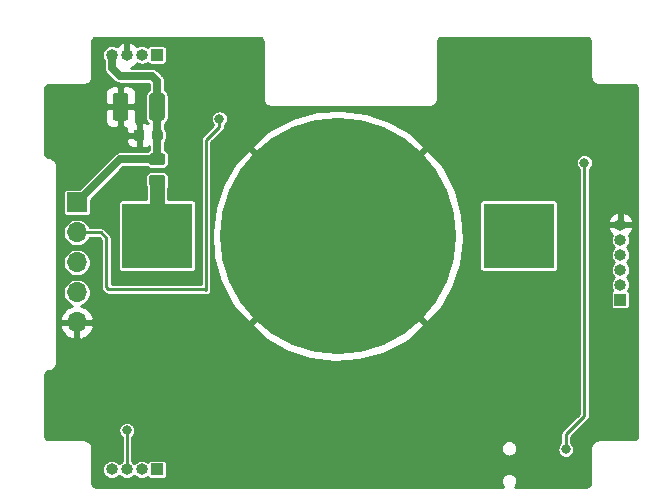
<source format=gbl>
%TF.GenerationSoftware,KiCad,Pcbnew,(5.1.8)-1*%
%TF.CreationDate,2021-05-19T16:17:09+03:00*%
%TF.ProjectId,Thermometer,54686572-6d6f-46d6-9574-65722e6b6963,rev?*%
%TF.SameCoordinates,Original*%
%TF.FileFunction,Copper,L2,Bot*%
%TF.FilePolarity,Positive*%
%FSLAX46Y46*%
G04 Gerber Fmt 4.6, Leading zero omitted, Abs format (unit mm)*
G04 Created by KiCad (PCBNEW (5.1.8)-1) date 2021-05-19 16:17:09*
%MOMM*%
%LPD*%
G01*
G04 APERTURE LIST*
%TA.AperFunction,SMDPad,CuDef*%
%ADD10R,6.000000X5.500000*%
%TD*%
%TA.AperFunction,SMDPad,CuDef*%
%ADD11C,20.000000*%
%TD*%
%TA.AperFunction,ComponentPad*%
%ADD12R,1.700000X1.700000*%
%TD*%
%TA.AperFunction,ComponentPad*%
%ADD13O,1.700000X1.700000*%
%TD*%
%TA.AperFunction,ComponentPad*%
%ADD14O,1.000000X1.000000*%
%TD*%
%TA.AperFunction,ComponentPad*%
%ADD15R,1.000000X1.000000*%
%TD*%
%TA.AperFunction,ViaPad*%
%ADD16C,0.800000*%
%TD*%
%TA.AperFunction,Conductor*%
%ADD17C,1.250000*%
%TD*%
%TA.AperFunction,Conductor*%
%ADD18C,0.250000*%
%TD*%
%TA.AperFunction,Conductor*%
%ADD19C,0.700000*%
%TD*%
%TA.AperFunction,Conductor*%
%ADD20C,0.254000*%
%TD*%
%TA.AperFunction,Conductor*%
%ADD21C,0.100000*%
%TD*%
G04 APERTURE END LIST*
D10*
%TO.P,BT1,1*%
%TO.N,+BATT*%
X97485200Y-82575400D03*
X128085200Y-82575400D03*
D11*
%TO.P,BT1,2*%
%TO.N,GND*%
X112785200Y-82575400D03*
%TD*%
%TO.P,C1,2*%
%TO.N,GND*%
%TA.AperFunction,SMDPad,CuDef*%
G36*
G01*
X96398200Y-73816400D02*
X96398200Y-74316400D01*
G75*
G02*
X96173200Y-74541400I-225000J0D01*
G01*
X95723200Y-74541400D01*
G75*
G02*
X95498200Y-74316400I0J225000D01*
G01*
X95498200Y-73816400D01*
G75*
G02*
X95723200Y-73591400I225000J0D01*
G01*
X96173200Y-73591400D01*
G75*
G02*
X96398200Y-73816400I0J-225000D01*
G01*
G37*
%TD.AperFunction*%
%TO.P,C1,1*%
%TO.N,+3V3*%
%TA.AperFunction,SMDPad,CuDef*%
G36*
G01*
X97948200Y-73816400D02*
X97948200Y-74316400D01*
G75*
G02*
X97723200Y-74541400I-225000J0D01*
G01*
X97273200Y-74541400D01*
G75*
G02*
X97048200Y-74316400I0J225000D01*
G01*
X97048200Y-73816400D01*
G75*
G02*
X97273200Y-73591400I225000J0D01*
G01*
X97723200Y-73591400D01*
G75*
G02*
X97948200Y-73816400I0J-225000D01*
G01*
G37*
%TD.AperFunction*%
%TD*%
D12*
%TO.P,J1,1*%
%TO.N,+3V3*%
X90678000Y-79756000D03*
D13*
%TO.P,J1,2*%
%TO.N,/RESET*%
X90678000Y-82296000D03*
%TO.P,J1,3*%
%TO.N,/P2.2*%
X90678000Y-84836000D03*
%TO.P,J1,4*%
%TO.N,/P2.1*%
X90678000Y-87376000D03*
%TO.P,J1,5*%
%TO.N,GND*%
X90678000Y-89916000D03*
%TD*%
D14*
%TO.P,J2,4*%
%TO.N,/CS1*%
X93649800Y-102362000D03*
%TO.P,J2,3*%
%TO.N,/DC*%
X94919800Y-102362000D03*
%TO.P,J2,2*%
%TO.N,/RST*%
X96189800Y-102362000D03*
D15*
%TO.P,J2,1*%
%TO.N,/BUSY*%
X97459800Y-102362000D03*
%TD*%
%TO.P,J3,1*%
%TO.N,/CLK1*%
X97459800Y-67259200D03*
D14*
%TO.P,J3,2*%
%TO.N,/MOSI1*%
X96189800Y-67259200D03*
%TO.P,J3,3*%
%TO.N,GND*%
X94919800Y-67259200D03*
%TO.P,J3,4*%
%TO.N,+3V3*%
X93649800Y-67259200D03*
%TD*%
D15*
%TO.P,J4,1*%
%TO.N,/P1.0*%
X136702800Y-87985600D03*
D14*
%TO.P,J4,2*%
%TO.N,/MISO0*%
X136702800Y-86715600D03*
%TO.P,J4,3*%
%TO.N,/CLK0*%
X136702800Y-85445600D03*
%TO.P,J4,4*%
%TO.N,/MOSI0*%
X136702800Y-84175600D03*
%TO.P,J4,5*%
%TO.N,/CS0*%
X136702800Y-82905600D03*
%TO.P,J4,6*%
%TO.N,GND*%
X136702800Y-81635600D03*
%TD*%
%TO.P,R1,2*%
%TO.N,+BATT*%
%TA.AperFunction,SMDPad,CuDef*%
G36*
G01*
X97035199Y-77410900D02*
X97935201Y-77410900D01*
G75*
G02*
X98185200Y-77660899I0J-249999D01*
G01*
X98185200Y-78185901D01*
G75*
G02*
X97935201Y-78435900I-249999J0D01*
G01*
X97035199Y-78435900D01*
G75*
G02*
X96785200Y-78185901I0J249999D01*
G01*
X96785200Y-77660899D01*
G75*
G02*
X97035199Y-77410900I249999J0D01*
G01*
G37*
%TD.AperFunction*%
%TO.P,R1,1*%
%TO.N,+3V3*%
%TA.AperFunction,SMDPad,CuDef*%
G36*
G01*
X97035199Y-75585900D02*
X97935201Y-75585900D01*
G75*
G02*
X98185200Y-75835899I0J-249999D01*
G01*
X98185200Y-76360901D01*
G75*
G02*
X97935201Y-76610900I-249999J0D01*
G01*
X97035199Y-76610900D01*
G75*
G02*
X96785200Y-76360901I0J249999D01*
G01*
X96785200Y-75835899D01*
G75*
G02*
X97035199Y-75585900I249999J0D01*
G01*
G37*
%TD.AperFunction*%
%TD*%
%TO.P,C2,1*%
%TO.N,+3V3*%
%TA.AperFunction,SMDPad,CuDef*%
G36*
G01*
X98123900Y-70728399D02*
X98123900Y-72578401D01*
G75*
G02*
X97873901Y-72828400I-249999J0D01*
G01*
X97048899Y-72828400D01*
G75*
G02*
X96798900Y-72578401I0J249999D01*
G01*
X96798900Y-70728399D01*
G75*
G02*
X97048899Y-70478400I249999J0D01*
G01*
X97873901Y-70478400D01*
G75*
G02*
X98123900Y-70728399I0J-249999D01*
G01*
G37*
%TD.AperFunction*%
%TO.P,C2,2*%
%TO.N,GND*%
%TA.AperFunction,SMDPad,CuDef*%
G36*
G01*
X95048900Y-70728399D02*
X95048900Y-72578401D01*
G75*
G02*
X94798901Y-72828400I-249999J0D01*
G01*
X93973899Y-72828400D01*
G75*
G02*
X93723900Y-72578401I0J249999D01*
G01*
X93723900Y-70728399D01*
G75*
G02*
X93973899Y-70478400I249999J0D01*
G01*
X94798901Y-70478400D01*
G75*
G02*
X95048900Y-70728399I0J-249999D01*
G01*
G37*
%TD.AperFunction*%
%TD*%
D16*
%TO.N,GND*%
X117703600Y-82600800D03*
X113360200Y-75641200D03*
X104444800Y-85928200D03*
X109651800Y-77292200D03*
X109753400Y-79933800D03*
X112293400Y-86588600D03*
X117779800Y-86512400D03*
X94437200Y-71653400D03*
X137185400Y-76047600D03*
X104566200Y-77794600D03*
X96647000Y-94665800D03*
X96875600Y-98679000D03*
X106045000Y-99009200D03*
X110794800Y-93929200D03*
X106375200Y-92125800D03*
X102692200Y-88468200D03*
X99822000Y-91973400D03*
X108813600Y-97205800D03*
X101549200Y-98933000D03*
X126669800Y-86741000D03*
X131724400Y-86893400D03*
X113809300Y-81551300D03*
X117822500Y-77538100D03*
X109046800Y-86313800D03*
X106748100Y-88612500D03*
X114198400Y-102031800D03*
X118567200Y-102108000D03*
X121793000Y-102108000D03*
X118491000Y-95732600D03*
X121869200Y-95732600D03*
X125831600Y-95808800D03*
X137007600Y-98475800D03*
X137007600Y-92329000D03*
X137007600Y-95631000D03*
X137337800Y-73228200D03*
X137363200Y-70688200D03*
X133680200Y-70688200D03*
X133223000Y-68707000D03*
X133019800Y-66522600D03*
X129133600Y-66548000D03*
X122732800Y-66522600D03*
X126111000Y-66573400D03*
X122732800Y-69240400D03*
X122555000Y-72288400D03*
X105511600Y-66548000D03*
X105359200Y-69850000D03*
X105587800Y-72415400D03*
X101549200Y-66548000D03*
X89204800Y-71145400D03*
X92659200Y-70942200D03*
X89173810Y-74732390D03*
X90652600Y-76403200D03*
X90703400Y-92913200D03*
X88874600Y-94869000D03*
X88798400Y-98831400D03*
X92506800Y-99034600D03*
X132080000Y-102539800D03*
%TO.N,+3V3*%
X97485200Y-76098400D03*
%TO.N,/RESET*%
X102743000Y-72669400D03*
%TO.N,/DC*%
X94919800Y-99034600D03*
%TO.N,/SW*%
X133654800Y-76377800D03*
X132080000Y-100660200D03*
%TD*%
D17*
%TO.N,+BATT*%
X97459800Y-78105000D02*
X97459800Y-82757000D01*
D18*
%TO.N,GND*%
X94386400Y-71653400D02*
X94386400Y-73482200D01*
X94970600Y-74066400D02*
X95948200Y-74066400D01*
X94386400Y-73482200D02*
X94970600Y-74066400D01*
X136702800Y-81635600D02*
X135229600Y-81635600D01*
X135229600Y-81635600D02*
X134620000Y-82245200D01*
X134620000Y-82245200D02*
X134620000Y-98577400D01*
X105444600Y-89916000D02*
X106748100Y-88612500D01*
X90678000Y-89916000D02*
X105444600Y-89916000D01*
X91135200Y-71653400D02*
X94386400Y-71653400D01*
X89173810Y-73614790D02*
X91135200Y-71653400D01*
X89173810Y-89613891D02*
X89173810Y-74732390D01*
X89475919Y-89916000D02*
X89173810Y-89613891D01*
X90678000Y-89916000D02*
X89475919Y-89916000D01*
X120557600Y-74803000D02*
X117822500Y-77538100D01*
X137185400Y-74828400D02*
X120430600Y-74828400D01*
X113809300Y-81551300D02*
X112785200Y-82575400D01*
X117822500Y-77538100D02*
X113809300Y-81551300D01*
X109046800Y-86313800D02*
X112785200Y-82575400D01*
X106748100Y-88612500D02*
X109046800Y-86313800D01*
X89173810Y-74732390D02*
X89173810Y-73614790D01*
X132080000Y-102539800D02*
X132715000Y-102539800D01*
X132715000Y-102539800D02*
X133223000Y-102031800D01*
X133223000Y-99974400D02*
X134620000Y-98577400D01*
X133223000Y-102031800D02*
X133223000Y-99974400D01*
X136702800Y-76530200D02*
X137185400Y-76047600D01*
X136702800Y-81635600D02*
X136702800Y-76530200D01*
X137185400Y-76047600D02*
X137185400Y-74828400D01*
D19*
%TO.N,+3V3*%
X93649800Y-67259200D02*
X93649800Y-68351400D01*
X93649800Y-68351400D02*
X94310200Y-69011800D01*
X94310200Y-69011800D02*
X97028000Y-69011800D01*
X97461400Y-69445200D02*
X97461400Y-71653400D01*
X97028000Y-69011800D02*
X97461400Y-69445200D01*
D18*
X97461400Y-74029600D02*
X97498200Y-74066400D01*
D19*
X97461400Y-71653400D02*
X97461400Y-74029600D01*
D18*
X97498200Y-76085400D02*
X97485200Y-76098400D01*
D19*
X97498200Y-74066400D02*
X97498200Y-76085400D01*
X94335600Y-76098400D02*
X90678000Y-79756000D01*
X97485200Y-76098400D02*
X94335600Y-76098400D01*
D18*
%TO.N,/RESET*%
X92735400Y-82296000D02*
X90678000Y-82296000D01*
X93167200Y-82727800D02*
X92735400Y-82296000D01*
X101574600Y-87122000D02*
X93345000Y-87122000D01*
X101625400Y-87172800D02*
X101574600Y-87122000D01*
X93167200Y-86944200D02*
X93167200Y-82727800D01*
X93345000Y-87122000D02*
X93167200Y-86944200D01*
X101625400Y-74447400D02*
X101625400Y-87172800D01*
X102743000Y-73329800D02*
X101625400Y-74447400D01*
X102743000Y-72669400D02*
X102743000Y-73329800D01*
%TO.N,/DC*%
X94919800Y-99034600D02*
X94919800Y-102362000D01*
%TO.N,/SW*%
X133654800Y-76377800D02*
X133654800Y-97815400D01*
X132080000Y-99390200D02*
X133654800Y-97815400D01*
X132080000Y-100660200D02*
X132080000Y-99390200D01*
%TD*%
D20*
%TO.N,GND*%
X106264355Y-65836923D02*
X106341376Y-65896024D01*
X106400477Y-65973045D01*
X106437631Y-66062743D01*
X106451400Y-66167328D01*
X106451400Y-71026400D01*
X106452486Y-71042977D01*
X106469523Y-71172387D01*
X106478104Y-71204411D01*
X106528054Y-71325001D01*
X106544632Y-71353713D01*
X106624092Y-71457266D01*
X106647534Y-71480708D01*
X106751087Y-71560168D01*
X106779799Y-71576746D01*
X106900389Y-71626696D01*
X106932413Y-71635277D01*
X107061823Y-71652314D01*
X107078400Y-71653400D01*
X120607200Y-71653400D01*
X120623777Y-71652314D01*
X120753187Y-71635277D01*
X120785211Y-71626696D01*
X120905801Y-71576746D01*
X120934513Y-71560168D01*
X121038066Y-71480708D01*
X121061508Y-71457266D01*
X121140968Y-71353713D01*
X121157546Y-71325001D01*
X121207496Y-71204411D01*
X121216077Y-71172387D01*
X121233114Y-71042977D01*
X121234200Y-71026400D01*
X121234200Y-66167328D01*
X121247969Y-66062743D01*
X121285123Y-65973045D01*
X121344224Y-65896024D01*
X121421245Y-65836923D01*
X121483829Y-65811000D01*
X133799761Y-65811000D01*
X133876206Y-65818496D01*
X133942588Y-65838538D01*
X134003803Y-65871086D01*
X134057537Y-65914911D01*
X134101732Y-65968334D01*
X134134711Y-66029327D01*
X134155215Y-66095563D01*
X134163201Y-66171542D01*
X134163200Y-69146261D01*
X134163860Y-69152962D01*
X134163838Y-69156123D01*
X134164045Y-69158235D01*
X134174409Y-69256837D01*
X134177184Y-69270357D01*
X134179761Y-69283865D01*
X134180374Y-69285896D01*
X134209692Y-69380606D01*
X134215027Y-69393298D01*
X134220191Y-69406079D01*
X134221187Y-69407952D01*
X134268342Y-69495164D01*
X134276052Y-69506594D01*
X134283590Y-69518114D01*
X134284931Y-69519758D01*
X134348128Y-69596150D01*
X134357887Y-69605841D01*
X134367542Y-69615701D01*
X134369177Y-69617053D01*
X134446008Y-69679715D01*
X134457480Y-69687337D01*
X134468851Y-69695123D01*
X134470718Y-69696132D01*
X134558257Y-69742677D01*
X134571000Y-69747930D01*
X134583656Y-69753354D01*
X134585683Y-69753982D01*
X134680596Y-69782638D01*
X134694156Y-69785323D01*
X134707586Y-69788178D01*
X134709696Y-69788400D01*
X134808367Y-69798075D01*
X134808378Y-69798075D01*
X134815738Y-69798800D01*
X137787561Y-69798800D01*
X137864006Y-69806296D01*
X137930388Y-69826338D01*
X137991603Y-69858886D01*
X138045337Y-69902711D01*
X138089532Y-69956134D01*
X138122511Y-70017127D01*
X138143015Y-70083363D01*
X138151001Y-70159342D01*
X138151000Y-99458961D01*
X138143504Y-99535410D01*
X138123463Y-99601787D01*
X138090914Y-99663003D01*
X138047091Y-99716735D01*
X137993666Y-99760933D01*
X137932673Y-99793911D01*
X137866437Y-99814415D01*
X137790468Y-99822400D01*
X134815738Y-99822400D01*
X134809037Y-99823060D01*
X134805877Y-99823038D01*
X134803765Y-99823245D01*
X134705163Y-99833609D01*
X134691643Y-99836384D01*
X134678135Y-99838961D01*
X134676106Y-99839573D01*
X134676100Y-99839575D01*
X134581394Y-99868892D01*
X134568702Y-99874227D01*
X134555921Y-99879391D01*
X134554048Y-99880387D01*
X134466836Y-99927542D01*
X134455421Y-99935241D01*
X134443886Y-99942790D01*
X134442241Y-99944131D01*
X134365850Y-100007328D01*
X134356159Y-100017087D01*
X134346299Y-100026742D01*
X134344947Y-100028377D01*
X134282285Y-100105208D01*
X134274663Y-100116680D01*
X134266877Y-100128051D01*
X134265868Y-100129918D01*
X134219323Y-100217457D01*
X134214070Y-100230200D01*
X134208646Y-100242856D01*
X134208021Y-100244877D01*
X134208018Y-100244884D01*
X134208017Y-100244891D01*
X134179362Y-100339796D01*
X134176684Y-100353324D01*
X134173822Y-100366786D01*
X134173600Y-100368896D01*
X134163925Y-100467567D01*
X134163925Y-100467588D01*
X134163201Y-100474938D01*
X134163200Y-103446761D01*
X134155704Y-103523210D01*
X134135663Y-103589587D01*
X134103114Y-103650803D01*
X134059291Y-103704535D01*
X134005866Y-103748733D01*
X133944873Y-103781711D01*
X133878637Y-103802215D01*
X133802668Y-103810200D01*
X127792578Y-103810200D01*
X127824679Y-103778099D01*
X127901505Y-103663122D01*
X127954423Y-103535366D01*
X127981400Y-103399741D01*
X127981400Y-103261459D01*
X127954423Y-103125834D01*
X127901505Y-102998078D01*
X127824679Y-102883101D01*
X127726899Y-102785321D01*
X127611922Y-102708495D01*
X127484166Y-102655577D01*
X127348541Y-102628600D01*
X127210259Y-102628600D01*
X127074634Y-102655577D01*
X126946878Y-102708495D01*
X126831901Y-102785321D01*
X126734121Y-102883101D01*
X126657295Y-102998078D01*
X126604377Y-103125834D01*
X126577400Y-103261459D01*
X126577400Y-103399741D01*
X126604377Y-103535366D01*
X126657295Y-103663122D01*
X126734121Y-103778099D01*
X126766222Y-103810200D01*
X92336439Y-103810200D01*
X92259990Y-103802704D01*
X92193613Y-103782663D01*
X92132397Y-103750114D01*
X92078665Y-103706291D01*
X92034467Y-103652866D01*
X92001489Y-103591873D01*
X91980985Y-103525637D01*
X91973000Y-103449668D01*
X91973000Y-102280548D01*
X92822800Y-102280548D01*
X92822800Y-102443452D01*
X92854582Y-102603227D01*
X92916923Y-102753731D01*
X93007428Y-102889181D01*
X93122619Y-103004372D01*
X93258069Y-103094877D01*
X93408573Y-103157218D01*
X93568348Y-103189000D01*
X93731252Y-103189000D01*
X93891027Y-103157218D01*
X94041531Y-103094877D01*
X94176981Y-103004372D01*
X94284800Y-102896553D01*
X94392619Y-103004372D01*
X94528069Y-103094877D01*
X94678573Y-103157218D01*
X94838348Y-103189000D01*
X95001252Y-103189000D01*
X95161027Y-103157218D01*
X95311531Y-103094877D01*
X95446981Y-103004372D01*
X95554800Y-102896553D01*
X95662619Y-103004372D01*
X95798069Y-103094877D01*
X95948573Y-103157218D01*
X96108348Y-103189000D01*
X96271252Y-103189000D01*
X96431027Y-103157218D01*
X96581531Y-103094877D01*
X96678767Y-103029906D01*
X96686594Y-103044550D01*
X96727457Y-103094343D01*
X96777250Y-103135206D01*
X96834057Y-103165570D01*
X96895697Y-103184268D01*
X96959800Y-103190582D01*
X97959800Y-103190582D01*
X98023903Y-103184268D01*
X98085543Y-103165570D01*
X98142350Y-103135206D01*
X98192143Y-103094343D01*
X98233006Y-103044550D01*
X98263370Y-102987743D01*
X98282068Y-102926103D01*
X98288382Y-102862000D01*
X98288382Y-101862000D01*
X98282068Y-101797897D01*
X98263370Y-101736257D01*
X98233006Y-101679450D01*
X98192143Y-101629657D01*
X98142350Y-101588794D01*
X98085543Y-101558430D01*
X98023903Y-101539732D01*
X97959800Y-101533418D01*
X96959800Y-101533418D01*
X96895697Y-101539732D01*
X96834057Y-101558430D01*
X96777250Y-101588794D01*
X96727457Y-101629657D01*
X96686594Y-101679450D01*
X96678767Y-101694094D01*
X96581531Y-101629123D01*
X96431027Y-101566782D01*
X96271252Y-101535000D01*
X96108348Y-101535000D01*
X95948573Y-101566782D01*
X95798069Y-101629123D01*
X95662619Y-101719628D01*
X95554800Y-101827447D01*
X95446981Y-101719628D01*
X95371800Y-101669394D01*
X95371800Y-100511459D01*
X126577400Y-100511459D01*
X126577400Y-100649741D01*
X126604377Y-100785366D01*
X126657295Y-100913122D01*
X126734121Y-101028099D01*
X126831901Y-101125879D01*
X126946878Y-101202705D01*
X127074634Y-101255623D01*
X127210259Y-101282600D01*
X127348541Y-101282600D01*
X127484166Y-101255623D01*
X127611922Y-101202705D01*
X127726899Y-101125879D01*
X127824679Y-101028099D01*
X127901505Y-100913122D01*
X127954423Y-100785366D01*
X127981400Y-100649741D01*
X127981400Y-100588597D01*
X131353000Y-100588597D01*
X131353000Y-100731803D01*
X131380938Y-100872258D01*
X131435741Y-101004564D01*
X131515302Y-101123636D01*
X131616564Y-101224898D01*
X131735636Y-101304459D01*
X131867942Y-101359262D01*
X132008397Y-101387200D01*
X132151603Y-101387200D01*
X132292058Y-101359262D01*
X132424364Y-101304459D01*
X132543436Y-101224898D01*
X132644698Y-101123636D01*
X132724259Y-101004564D01*
X132779062Y-100872258D01*
X132807000Y-100731803D01*
X132807000Y-100588597D01*
X132779062Y-100448142D01*
X132724259Y-100315836D01*
X132644698Y-100196764D01*
X132543436Y-100095502D01*
X132532000Y-100087861D01*
X132532000Y-99577423D01*
X133958705Y-98150719D01*
X133975959Y-98136559D01*
X134032443Y-98067733D01*
X134074414Y-97989210D01*
X134100260Y-97904007D01*
X134106800Y-97837605D01*
X134108987Y-97815400D01*
X134106800Y-97793195D01*
X134106800Y-81937474D01*
X135608681Y-81937474D01*
X135625354Y-81992464D01*
X135715677Y-82195806D01*
X135843935Y-82377620D01*
X135976659Y-82503788D01*
X135969923Y-82513869D01*
X135907582Y-82664373D01*
X135875800Y-82824148D01*
X135875800Y-82987052D01*
X135907582Y-83146827D01*
X135969923Y-83297331D01*
X136060428Y-83432781D01*
X136168247Y-83540600D01*
X136060428Y-83648419D01*
X135969923Y-83783869D01*
X135907582Y-83934373D01*
X135875800Y-84094148D01*
X135875800Y-84257052D01*
X135907582Y-84416827D01*
X135969923Y-84567331D01*
X136060428Y-84702781D01*
X136168247Y-84810600D01*
X136060428Y-84918419D01*
X135969923Y-85053869D01*
X135907582Y-85204373D01*
X135875800Y-85364148D01*
X135875800Y-85527052D01*
X135907582Y-85686827D01*
X135969923Y-85837331D01*
X136060428Y-85972781D01*
X136168247Y-86080600D01*
X136060428Y-86188419D01*
X135969923Y-86323869D01*
X135907582Y-86474373D01*
X135875800Y-86634148D01*
X135875800Y-86797052D01*
X135907582Y-86956827D01*
X135969923Y-87107331D01*
X136034894Y-87204567D01*
X136020250Y-87212394D01*
X135970457Y-87253257D01*
X135929594Y-87303050D01*
X135899230Y-87359857D01*
X135880532Y-87421497D01*
X135874218Y-87485600D01*
X135874218Y-88485600D01*
X135880532Y-88549703D01*
X135899230Y-88611343D01*
X135929594Y-88668150D01*
X135970457Y-88717943D01*
X136020250Y-88758806D01*
X136077057Y-88789170D01*
X136138697Y-88807868D01*
X136202800Y-88814182D01*
X137202800Y-88814182D01*
X137266903Y-88807868D01*
X137328543Y-88789170D01*
X137385350Y-88758806D01*
X137435143Y-88717943D01*
X137476006Y-88668150D01*
X137506370Y-88611343D01*
X137525068Y-88549703D01*
X137531382Y-88485600D01*
X137531382Y-87485600D01*
X137525068Y-87421497D01*
X137506370Y-87359857D01*
X137476006Y-87303050D01*
X137435143Y-87253257D01*
X137385350Y-87212394D01*
X137370706Y-87204567D01*
X137435677Y-87107331D01*
X137498018Y-86956827D01*
X137529800Y-86797052D01*
X137529800Y-86634148D01*
X137498018Y-86474373D01*
X137435677Y-86323869D01*
X137345172Y-86188419D01*
X137237353Y-86080600D01*
X137345172Y-85972781D01*
X137435677Y-85837331D01*
X137498018Y-85686827D01*
X137529800Y-85527052D01*
X137529800Y-85364148D01*
X137498018Y-85204373D01*
X137435677Y-85053869D01*
X137345172Y-84918419D01*
X137237353Y-84810600D01*
X137345172Y-84702781D01*
X137435677Y-84567331D01*
X137498018Y-84416827D01*
X137529800Y-84257052D01*
X137529800Y-84094148D01*
X137498018Y-83934373D01*
X137435677Y-83783869D01*
X137345172Y-83648419D01*
X137237353Y-83540600D01*
X137345172Y-83432781D01*
X137435677Y-83297331D01*
X137498018Y-83146827D01*
X137529800Y-82987052D01*
X137529800Y-82824148D01*
X137498018Y-82664373D01*
X137435677Y-82513869D01*
X137428941Y-82503788D01*
X137561665Y-82377620D01*
X137689923Y-82195806D01*
X137780246Y-81992464D01*
X137796919Y-81937474D01*
X137670754Y-81762600D01*
X136829800Y-81762600D01*
X136829800Y-81782600D01*
X136575800Y-81782600D01*
X136575800Y-81762600D01*
X135734846Y-81762600D01*
X135608681Y-81937474D01*
X134106800Y-81937474D01*
X134106800Y-81333726D01*
X135608681Y-81333726D01*
X135734846Y-81508600D01*
X136575800Y-81508600D01*
X136575800Y-80666471D01*
X136829800Y-80666471D01*
X136829800Y-81508600D01*
X137670754Y-81508600D01*
X137796919Y-81333726D01*
X137780246Y-81278736D01*
X137689923Y-81075394D01*
X137561665Y-80893580D01*
X137400401Y-80740282D01*
X137212329Y-80621390D01*
X137004676Y-80541474D01*
X136829800Y-80666471D01*
X136575800Y-80666471D01*
X136400924Y-80541474D01*
X136193271Y-80621390D01*
X136005199Y-80740282D01*
X135843935Y-80893580D01*
X135715677Y-81075394D01*
X135625354Y-81278736D01*
X135608681Y-81333726D01*
X134106800Y-81333726D01*
X134106800Y-76950139D01*
X134118236Y-76942498D01*
X134219498Y-76841236D01*
X134299059Y-76722164D01*
X134353862Y-76589858D01*
X134381800Y-76449403D01*
X134381800Y-76306197D01*
X134353862Y-76165742D01*
X134299059Y-76033436D01*
X134219498Y-75914364D01*
X134118236Y-75813102D01*
X133999164Y-75733541D01*
X133866858Y-75678738D01*
X133726403Y-75650800D01*
X133583197Y-75650800D01*
X133442742Y-75678738D01*
X133310436Y-75733541D01*
X133191364Y-75813102D01*
X133090102Y-75914364D01*
X133010541Y-76033436D01*
X132955738Y-76165742D01*
X132927800Y-76306197D01*
X132927800Y-76449403D01*
X132955738Y-76589858D01*
X133010541Y-76722164D01*
X133090102Y-76841236D01*
X133191364Y-76942498D01*
X133202800Y-76950139D01*
X133202801Y-97628175D01*
X131776096Y-99054881D01*
X131758842Y-99069041D01*
X131728344Y-99106203D01*
X131702358Y-99137867D01*
X131660386Y-99216391D01*
X131634540Y-99301593D01*
X131625813Y-99390200D01*
X131628001Y-99412415D01*
X131628000Y-100087860D01*
X131616564Y-100095502D01*
X131515302Y-100196764D01*
X131435741Y-100315836D01*
X131380938Y-100448142D01*
X131353000Y-100588597D01*
X127981400Y-100588597D01*
X127981400Y-100511459D01*
X127954423Y-100375834D01*
X127901505Y-100248078D01*
X127824679Y-100133101D01*
X127726899Y-100035321D01*
X127611922Y-99958495D01*
X127484166Y-99905577D01*
X127348541Y-99878600D01*
X127210259Y-99878600D01*
X127074634Y-99905577D01*
X126946878Y-99958495D01*
X126831901Y-100035321D01*
X126734121Y-100133101D01*
X126657295Y-100248078D01*
X126604377Y-100375834D01*
X126577400Y-100511459D01*
X95371800Y-100511459D01*
X95371800Y-99606939D01*
X95383236Y-99599298D01*
X95484498Y-99498036D01*
X95564059Y-99378964D01*
X95618862Y-99246658D01*
X95646800Y-99106203D01*
X95646800Y-98962997D01*
X95618862Y-98822542D01*
X95564059Y-98690236D01*
X95484498Y-98571164D01*
X95383236Y-98469902D01*
X95264164Y-98390341D01*
X95131858Y-98335538D01*
X94991403Y-98307600D01*
X94848197Y-98307600D01*
X94707742Y-98335538D01*
X94575436Y-98390341D01*
X94456364Y-98469902D01*
X94355102Y-98571164D01*
X94275541Y-98690236D01*
X94220738Y-98822542D01*
X94192800Y-98962997D01*
X94192800Y-99106203D01*
X94220738Y-99246658D01*
X94275541Y-99378964D01*
X94355102Y-99498036D01*
X94456364Y-99599298D01*
X94467800Y-99606939D01*
X94467801Y-101669393D01*
X94392619Y-101719628D01*
X94284800Y-101827447D01*
X94176981Y-101719628D01*
X94041531Y-101629123D01*
X93891027Y-101566782D01*
X93731252Y-101535000D01*
X93568348Y-101535000D01*
X93408573Y-101566782D01*
X93258069Y-101629123D01*
X93122619Y-101719628D01*
X93007428Y-101834819D01*
X92916923Y-101970269D01*
X92854582Y-102120773D01*
X92822800Y-102280548D01*
X91973000Y-102280548D01*
X91973000Y-100474938D01*
X91972340Y-100468237D01*
X91972362Y-100465077D01*
X91972155Y-100462965D01*
X91961791Y-100364363D01*
X91959016Y-100350843D01*
X91956439Y-100337335D01*
X91955826Y-100335304D01*
X91926508Y-100240594D01*
X91921173Y-100227902D01*
X91916009Y-100215121D01*
X91915013Y-100213248D01*
X91867858Y-100126036D01*
X91860159Y-100114621D01*
X91852610Y-100103086D01*
X91851269Y-100101441D01*
X91788072Y-100025050D01*
X91778313Y-100015359D01*
X91768658Y-100005499D01*
X91767023Y-100004147D01*
X91690192Y-99941485D01*
X91678720Y-99933863D01*
X91667349Y-99926077D01*
X91665482Y-99925068D01*
X91577943Y-99878523D01*
X91565200Y-99873270D01*
X91552544Y-99867846D01*
X91550523Y-99867221D01*
X91550516Y-99867218D01*
X91550509Y-99867217D01*
X91455604Y-99838562D01*
X91442076Y-99835884D01*
X91428614Y-99833022D01*
X91426504Y-99832800D01*
X91327833Y-99823125D01*
X91327822Y-99823125D01*
X91320462Y-99822400D01*
X88348639Y-99822400D01*
X88272190Y-99814904D01*
X88205813Y-99794863D01*
X88144597Y-99762314D01*
X88090865Y-99718491D01*
X88046667Y-99665066D01*
X88013689Y-99604073D01*
X87993185Y-99537837D01*
X87985200Y-99461868D01*
X87985200Y-94387363D01*
X87992073Y-94317271D01*
X88012150Y-94250771D01*
X88044759Y-94189444D01*
X88088660Y-94135614D01*
X88142177Y-94091342D01*
X88203280Y-94058304D01*
X88271211Y-94037276D01*
X88330572Y-94029744D01*
X88333123Y-94029762D01*
X88335235Y-94029555D01*
X88433837Y-94019191D01*
X88447357Y-94016416D01*
X88460865Y-94013839D01*
X88462894Y-94013227D01*
X88462900Y-94013225D01*
X88557606Y-93983908D01*
X88570298Y-93978573D01*
X88583079Y-93973409D01*
X88584952Y-93972413D01*
X88672164Y-93925258D01*
X88683594Y-93917548D01*
X88695114Y-93910010D01*
X88696758Y-93908669D01*
X88773150Y-93845472D01*
X88782841Y-93835713D01*
X88792701Y-93826058D01*
X88794053Y-93824423D01*
X88856715Y-93747592D01*
X88864337Y-93736120D01*
X88872123Y-93724749D01*
X88873132Y-93722882D01*
X88919677Y-93635343D01*
X88924930Y-93622600D01*
X88930354Y-93609944D01*
X88930982Y-93607917D01*
X88959638Y-93513004D01*
X88962323Y-93499444D01*
X88965178Y-93486014D01*
X88965400Y-93483904D01*
X88975075Y-93385233D01*
X88975075Y-93385222D01*
X88975800Y-93377862D01*
X88975800Y-90272890D01*
X89236524Y-90272890D01*
X89281175Y-90420099D01*
X89406359Y-90682920D01*
X89580412Y-90916269D01*
X89796645Y-91111178D01*
X90046748Y-91260157D01*
X90321109Y-91357481D01*
X90551000Y-91236814D01*
X90551000Y-90043000D01*
X90805000Y-90043000D01*
X90805000Y-91236814D01*
X91034891Y-91357481D01*
X91309252Y-91260157D01*
X91559355Y-91111178D01*
X91775588Y-90916269D01*
X91949641Y-90682920D01*
X92074825Y-90420099D01*
X92119476Y-90272890D01*
X92032920Y-90108875D01*
X105431330Y-90108875D01*
X106607047Y-91294964D01*
X108426861Y-92332718D01*
X110414163Y-92995504D01*
X112492584Y-93257850D01*
X114582249Y-93109677D01*
X116602855Y-92556677D01*
X118476751Y-91620102D01*
X118963353Y-91294964D01*
X120139070Y-90108875D01*
X112785200Y-82755005D01*
X105431330Y-90108875D01*
X92032920Y-90108875D01*
X91998155Y-90043000D01*
X90805000Y-90043000D01*
X90551000Y-90043000D01*
X89357845Y-90043000D01*
X89236524Y-90272890D01*
X88975800Y-90272890D01*
X88975800Y-89559110D01*
X89236524Y-89559110D01*
X89357845Y-89789000D01*
X90551000Y-89789000D01*
X90551000Y-89769000D01*
X90805000Y-89769000D01*
X90805000Y-89789000D01*
X91998155Y-89789000D01*
X92119476Y-89559110D01*
X92074825Y-89411901D01*
X91949641Y-89149080D01*
X91775588Y-88915731D01*
X91559355Y-88720822D01*
X91309252Y-88571843D01*
X91070821Y-88487264D01*
X91235519Y-88419044D01*
X91428294Y-88290236D01*
X91592236Y-88126294D01*
X91721044Y-87933519D01*
X91809769Y-87719318D01*
X91855000Y-87491924D01*
X91855000Y-87260076D01*
X91809769Y-87032682D01*
X91721044Y-86818481D01*
X91592236Y-86625706D01*
X91428294Y-86461764D01*
X91235519Y-86332956D01*
X91021318Y-86244231D01*
X90793924Y-86199000D01*
X90562076Y-86199000D01*
X90334682Y-86244231D01*
X90120481Y-86332956D01*
X89927706Y-86461764D01*
X89763764Y-86625706D01*
X89634956Y-86818481D01*
X89546231Y-87032682D01*
X89501000Y-87260076D01*
X89501000Y-87491924D01*
X89546231Y-87719318D01*
X89634956Y-87933519D01*
X89763764Y-88126294D01*
X89927706Y-88290236D01*
X90120481Y-88419044D01*
X90285179Y-88487264D01*
X90046748Y-88571843D01*
X89796645Y-88720822D01*
X89580412Y-88915731D01*
X89406359Y-89149080D01*
X89281175Y-89411901D01*
X89236524Y-89559110D01*
X88975800Y-89559110D01*
X88975800Y-84720076D01*
X89501000Y-84720076D01*
X89501000Y-84951924D01*
X89546231Y-85179318D01*
X89634956Y-85393519D01*
X89763764Y-85586294D01*
X89927706Y-85750236D01*
X90120481Y-85879044D01*
X90334682Y-85967769D01*
X90562076Y-86013000D01*
X90793924Y-86013000D01*
X91021318Y-85967769D01*
X91235519Y-85879044D01*
X91428294Y-85750236D01*
X91592236Y-85586294D01*
X91721044Y-85393519D01*
X91809769Y-85179318D01*
X91855000Y-84951924D01*
X91855000Y-84720076D01*
X91809769Y-84492682D01*
X91721044Y-84278481D01*
X91592236Y-84085706D01*
X91428294Y-83921764D01*
X91235519Y-83792956D01*
X91021318Y-83704231D01*
X90793924Y-83659000D01*
X90562076Y-83659000D01*
X90334682Y-83704231D01*
X90120481Y-83792956D01*
X89927706Y-83921764D01*
X89763764Y-84085706D01*
X89634956Y-84278481D01*
X89546231Y-84492682D01*
X89501000Y-84720076D01*
X88975800Y-84720076D01*
X88975800Y-82180076D01*
X89501000Y-82180076D01*
X89501000Y-82411924D01*
X89546231Y-82639318D01*
X89634956Y-82853519D01*
X89763764Y-83046294D01*
X89927706Y-83210236D01*
X90120481Y-83339044D01*
X90334682Y-83427769D01*
X90562076Y-83473000D01*
X90793924Y-83473000D01*
X91021318Y-83427769D01*
X91235519Y-83339044D01*
X91428294Y-83210236D01*
X91592236Y-83046294D01*
X91721044Y-82853519D01*
X91764751Y-82748000D01*
X92548176Y-82748000D01*
X92715201Y-82915025D01*
X92715200Y-86921995D01*
X92713013Y-86944200D01*
X92721740Y-87032807D01*
X92721918Y-87033393D01*
X92747586Y-87118009D01*
X92789557Y-87196532D01*
X92846041Y-87265359D01*
X92863300Y-87279523D01*
X93009680Y-87425904D01*
X93023841Y-87443159D01*
X93092667Y-87499643D01*
X93171190Y-87541614D01*
X93256392Y-87567460D01*
X93344999Y-87576187D01*
X93367204Y-87574000D01*
X101417140Y-87574000D01*
X101421232Y-87576187D01*
X101451591Y-87592414D01*
X101536793Y-87618260D01*
X101625399Y-87626987D01*
X101625400Y-87626987D01*
X101714007Y-87618260D01*
X101799210Y-87592414D01*
X101877733Y-87550443D01*
X101946559Y-87493959D01*
X102003043Y-87425133D01*
X102045014Y-87346610D01*
X102070860Y-87261407D01*
X102077400Y-87195005D01*
X102077400Y-87195004D01*
X102079587Y-87172799D01*
X102077400Y-87150594D01*
X102077400Y-82282784D01*
X102102750Y-82282784D01*
X102250923Y-84372449D01*
X102803923Y-86393055D01*
X103740498Y-88266951D01*
X104065636Y-88753553D01*
X105251725Y-89929270D01*
X112605595Y-82575400D01*
X112964805Y-82575400D01*
X120318675Y-89929270D01*
X121504764Y-88753553D01*
X122542518Y-86933739D01*
X123205304Y-84946437D01*
X123467650Y-82868016D01*
X123319477Y-80778351D01*
X123058674Y-79825400D01*
X124756618Y-79825400D01*
X124756618Y-85325400D01*
X124762932Y-85389503D01*
X124781630Y-85451143D01*
X124811994Y-85507950D01*
X124852857Y-85557743D01*
X124902650Y-85598606D01*
X124959457Y-85628970D01*
X125021097Y-85647668D01*
X125085200Y-85653982D01*
X131085200Y-85653982D01*
X131149303Y-85647668D01*
X131210943Y-85628970D01*
X131267750Y-85598606D01*
X131317543Y-85557743D01*
X131358406Y-85507950D01*
X131388770Y-85451143D01*
X131407468Y-85389503D01*
X131413782Y-85325400D01*
X131413782Y-79825400D01*
X131407468Y-79761297D01*
X131388770Y-79699657D01*
X131358406Y-79642850D01*
X131317543Y-79593057D01*
X131267750Y-79552194D01*
X131210943Y-79521830D01*
X131149303Y-79503132D01*
X131085200Y-79496818D01*
X125085200Y-79496818D01*
X125021097Y-79503132D01*
X124959457Y-79521830D01*
X124902650Y-79552194D01*
X124852857Y-79593057D01*
X124811994Y-79642850D01*
X124781630Y-79699657D01*
X124762932Y-79761297D01*
X124756618Y-79825400D01*
X123058674Y-79825400D01*
X122766477Y-78757745D01*
X121829902Y-76883849D01*
X121504764Y-76397247D01*
X120318675Y-75221530D01*
X112964805Y-82575400D01*
X112605595Y-82575400D01*
X105251725Y-75221530D01*
X104065636Y-76397247D01*
X103027882Y-78217061D01*
X102365096Y-80204363D01*
X102102750Y-82282784D01*
X102077400Y-82282784D01*
X102077400Y-75041925D01*
X105431330Y-75041925D01*
X112785200Y-82395795D01*
X120139070Y-75041925D01*
X118963353Y-73855836D01*
X117143539Y-72818082D01*
X115156237Y-72155296D01*
X113077816Y-71892950D01*
X110988151Y-72041123D01*
X108967545Y-72594123D01*
X107093649Y-73530698D01*
X106607047Y-73855836D01*
X105431330Y-75041925D01*
X102077400Y-75041925D01*
X102077400Y-74634623D01*
X103046910Y-73665115D01*
X103064159Y-73650959D01*
X103120643Y-73582133D01*
X103162614Y-73503610D01*
X103163475Y-73500772D01*
X103188460Y-73418408D01*
X103197187Y-73329801D01*
X103195000Y-73307596D01*
X103195000Y-73241739D01*
X103206436Y-73234098D01*
X103307698Y-73132836D01*
X103387259Y-73013764D01*
X103442062Y-72881458D01*
X103470000Y-72741003D01*
X103470000Y-72597797D01*
X103442062Y-72457342D01*
X103387259Y-72325036D01*
X103307698Y-72205964D01*
X103206436Y-72104702D01*
X103087364Y-72025141D01*
X102955058Y-71970338D01*
X102814603Y-71942400D01*
X102671397Y-71942400D01*
X102530942Y-71970338D01*
X102398636Y-72025141D01*
X102279564Y-72104702D01*
X102178302Y-72205964D01*
X102098741Y-72325036D01*
X102043938Y-72457342D01*
X102016000Y-72597797D01*
X102016000Y-72741003D01*
X102043938Y-72881458D01*
X102098741Y-73013764D01*
X102178302Y-73132836D01*
X102239521Y-73194055D01*
X101321500Y-74112077D01*
X101304241Y-74126241D01*
X101249126Y-74193400D01*
X101247758Y-74195067D01*
X101205786Y-74273591D01*
X101179940Y-74358793D01*
X101171213Y-74447400D01*
X101173400Y-74469605D01*
X101173401Y-86670000D01*
X93619200Y-86670000D01*
X93619200Y-82750004D01*
X93621387Y-82727799D01*
X93612660Y-82639192D01*
X93602205Y-82604729D01*
X93586814Y-82553990D01*
X93544843Y-82475467D01*
X93488359Y-82406641D01*
X93471110Y-82392485D01*
X93070723Y-81992100D01*
X93056559Y-81974841D01*
X92987733Y-81918357D01*
X92909210Y-81876386D01*
X92824007Y-81850540D01*
X92757605Y-81844000D01*
X92735400Y-81841813D01*
X92713195Y-81844000D01*
X91764751Y-81844000D01*
X91721044Y-81738481D01*
X91592236Y-81545706D01*
X91428294Y-81381764D01*
X91235519Y-81252956D01*
X91021318Y-81164231D01*
X90793924Y-81119000D01*
X90562076Y-81119000D01*
X90334682Y-81164231D01*
X90120481Y-81252956D01*
X89927706Y-81381764D01*
X89763764Y-81545706D01*
X89634956Y-81738481D01*
X89546231Y-81952682D01*
X89501000Y-82180076D01*
X88975800Y-82180076D01*
X88975800Y-78906000D01*
X89499418Y-78906000D01*
X89499418Y-80606000D01*
X89505732Y-80670103D01*
X89524430Y-80731743D01*
X89554794Y-80788550D01*
X89595657Y-80838343D01*
X89645450Y-80879206D01*
X89702257Y-80909570D01*
X89763897Y-80928268D01*
X89828000Y-80934582D01*
X91528000Y-80934582D01*
X91592103Y-80928268D01*
X91653743Y-80909570D01*
X91710550Y-80879206D01*
X91760343Y-80838343D01*
X91801206Y-80788550D01*
X91831570Y-80731743D01*
X91850268Y-80670103D01*
X91856582Y-80606000D01*
X91856582Y-79825400D01*
X94156618Y-79825400D01*
X94156618Y-85325400D01*
X94162932Y-85389503D01*
X94181630Y-85451143D01*
X94211994Y-85507950D01*
X94252857Y-85557743D01*
X94302650Y-85598606D01*
X94359457Y-85628970D01*
X94421097Y-85647668D01*
X94485200Y-85653982D01*
X100485200Y-85653982D01*
X100549303Y-85647668D01*
X100610943Y-85628970D01*
X100667750Y-85598606D01*
X100717543Y-85557743D01*
X100758406Y-85507950D01*
X100788770Y-85451143D01*
X100807468Y-85389503D01*
X100813782Y-85325400D01*
X100813782Y-79825400D01*
X100807468Y-79761297D01*
X100788770Y-79699657D01*
X100758406Y-79642850D01*
X100717543Y-79593057D01*
X100667750Y-79552194D01*
X100610943Y-79521830D01*
X100549303Y-79503132D01*
X100485200Y-79496818D01*
X98411800Y-79496818D01*
X98411800Y-78512795D01*
X98416274Y-78507343D01*
X98469740Y-78407314D01*
X98502665Y-78298777D01*
X98513782Y-78185901D01*
X98513782Y-77660899D01*
X98502665Y-77548023D01*
X98469740Y-77439486D01*
X98416274Y-77339457D01*
X98344320Y-77251780D01*
X98256643Y-77179826D01*
X98156614Y-77126360D01*
X98048077Y-77093435D01*
X97935201Y-77082318D01*
X97035199Y-77082318D01*
X96922323Y-77093435D01*
X96813786Y-77126360D01*
X96713757Y-77179826D01*
X96626080Y-77251780D01*
X96554126Y-77339457D01*
X96500660Y-77439486D01*
X96467735Y-77548023D01*
X96456618Y-77660899D01*
X96456618Y-78185901D01*
X96467735Y-78298777D01*
X96500660Y-78407314D01*
X96507800Y-78420672D01*
X96507800Y-79496818D01*
X94485200Y-79496818D01*
X94421097Y-79503132D01*
X94359457Y-79521830D01*
X94302650Y-79552194D01*
X94252857Y-79593057D01*
X94211994Y-79642850D01*
X94181630Y-79699657D01*
X94162932Y-79761297D01*
X94156618Y-79825400D01*
X91856582Y-79825400D01*
X91856582Y-79534840D01*
X94616023Y-76775400D01*
X96632636Y-76775400D01*
X96713757Y-76841974D01*
X96813786Y-76895440D01*
X96922323Y-76928365D01*
X97035199Y-76939482D01*
X97935201Y-76939482D01*
X98048077Y-76928365D01*
X98156614Y-76895440D01*
X98256643Y-76841974D01*
X98344320Y-76770020D01*
X98416274Y-76682343D01*
X98469740Y-76582314D01*
X98502665Y-76473777D01*
X98513782Y-76360901D01*
X98513782Y-75835899D01*
X98502665Y-75723023D01*
X98469740Y-75614486D01*
X98416274Y-75514457D01*
X98344320Y-75426780D01*
X98256643Y-75354826D01*
X98175200Y-75311294D01*
X98175200Y-74634052D01*
X98183487Y-74623954D01*
X98234643Y-74528247D01*
X98266145Y-74424398D01*
X98276782Y-74316400D01*
X98276782Y-73816400D01*
X98266145Y-73708402D01*
X98234643Y-73604553D01*
X98183487Y-73508846D01*
X98138400Y-73453907D01*
X98138400Y-73089910D01*
X98195343Y-73059474D01*
X98283020Y-72987520D01*
X98354974Y-72899843D01*
X98408440Y-72799814D01*
X98441365Y-72691277D01*
X98452482Y-72578401D01*
X98452482Y-70728399D01*
X98441365Y-70615523D01*
X98408440Y-70506986D01*
X98354974Y-70406957D01*
X98283020Y-70319280D01*
X98195343Y-70247326D01*
X98138400Y-70216890D01*
X98138400Y-69478441D01*
X98141674Y-69445199D01*
X98138400Y-69411957D01*
X98138400Y-69411948D01*
X98128604Y-69312485D01*
X98089892Y-69184870D01*
X98027028Y-69067259D01*
X97942426Y-68964173D01*
X97916595Y-68942974D01*
X97530227Y-68556605D01*
X97509027Y-68530773D01*
X97405941Y-68446172D01*
X97288330Y-68383308D01*
X97160715Y-68344596D01*
X97061252Y-68334800D01*
X97061245Y-68334800D01*
X97028000Y-68331526D01*
X96994755Y-68334800D01*
X95280820Y-68334800D01*
X95480006Y-68246323D01*
X95661820Y-68118065D01*
X95787988Y-67985341D01*
X95798069Y-67992077D01*
X95948573Y-68054418D01*
X96108348Y-68086200D01*
X96271252Y-68086200D01*
X96431027Y-68054418D01*
X96581531Y-67992077D01*
X96678767Y-67927106D01*
X96686594Y-67941750D01*
X96727457Y-67991543D01*
X96777250Y-68032406D01*
X96834057Y-68062770D01*
X96895697Y-68081468D01*
X96959800Y-68087782D01*
X97959800Y-68087782D01*
X98023903Y-68081468D01*
X98085543Y-68062770D01*
X98142350Y-68032406D01*
X98192143Y-67991543D01*
X98233006Y-67941750D01*
X98263370Y-67884943D01*
X98282068Y-67823303D01*
X98288382Y-67759200D01*
X98288382Y-66759200D01*
X98282068Y-66695097D01*
X98263370Y-66633457D01*
X98233006Y-66576650D01*
X98192143Y-66526857D01*
X98142350Y-66485994D01*
X98085543Y-66455630D01*
X98023903Y-66436932D01*
X97959800Y-66430618D01*
X96959800Y-66430618D01*
X96895697Y-66436932D01*
X96834057Y-66455630D01*
X96777250Y-66485994D01*
X96727457Y-66526857D01*
X96686594Y-66576650D01*
X96678767Y-66591294D01*
X96581531Y-66526323D01*
X96431027Y-66463982D01*
X96271252Y-66432200D01*
X96108348Y-66432200D01*
X95948573Y-66463982D01*
X95798069Y-66526323D01*
X95787988Y-66533059D01*
X95661820Y-66400335D01*
X95480006Y-66272077D01*
X95276664Y-66181754D01*
X95221674Y-66165081D01*
X95046800Y-66291246D01*
X95046800Y-67132200D01*
X95066800Y-67132200D01*
X95066800Y-67386200D01*
X95046800Y-67386200D01*
X95046800Y-67406200D01*
X94792800Y-67406200D01*
X94792800Y-67386200D01*
X94772800Y-67386200D01*
X94772800Y-67132200D01*
X94792800Y-67132200D01*
X94792800Y-66291246D01*
X94617926Y-66165081D01*
X94562936Y-66181754D01*
X94359594Y-66272077D01*
X94177780Y-66400335D01*
X94051612Y-66533059D01*
X94041531Y-66526323D01*
X93891027Y-66463982D01*
X93731252Y-66432200D01*
X93568348Y-66432200D01*
X93408573Y-66463982D01*
X93258069Y-66526323D01*
X93122619Y-66616828D01*
X93007428Y-66732019D01*
X92916923Y-66867469D01*
X92854582Y-67017973D01*
X92822800Y-67177748D01*
X92822800Y-67340652D01*
X92854582Y-67500427D01*
X92916923Y-67650931D01*
X92972800Y-67734557D01*
X92972801Y-68318146D01*
X92969526Y-68351400D01*
X92982596Y-68484114D01*
X93021308Y-68611729D01*
X93084172Y-68729340D01*
X93147576Y-68806598D01*
X93147579Y-68806601D01*
X93168774Y-68832427D01*
X93194600Y-68853622D01*
X93807978Y-69467001D01*
X93829173Y-69492827D01*
X93854999Y-69514022D01*
X93855001Y-69514024D01*
X93932259Y-69577428D01*
X94049870Y-69640292D01*
X94177485Y-69679004D01*
X94310200Y-69692075D01*
X94343452Y-69688800D01*
X96747578Y-69688800D01*
X96784400Y-69725622D01*
X96784400Y-70216889D01*
X96727457Y-70247326D01*
X96639780Y-70319280D01*
X96567826Y-70406957D01*
X96514360Y-70506986D01*
X96481435Y-70615523D01*
X96470318Y-70728399D01*
X96470318Y-72578401D01*
X96481435Y-72691277D01*
X96514360Y-72799814D01*
X96567826Y-72899843D01*
X96639780Y-72987520D01*
X96685169Y-73024770D01*
X96642380Y-73001898D01*
X96522682Y-72965588D01*
X96398200Y-72953328D01*
X96233950Y-72956400D01*
X96075200Y-73115150D01*
X96075200Y-73939400D01*
X96095200Y-73939400D01*
X96095200Y-74193400D01*
X96075200Y-74193400D01*
X96075200Y-75017650D01*
X96233950Y-75176400D01*
X96398200Y-75179472D01*
X96522682Y-75167212D01*
X96642380Y-75130902D01*
X96752694Y-75071937D01*
X96821200Y-75015715D01*
X96821201Y-75299111D01*
X96813786Y-75301360D01*
X96713757Y-75354826D01*
X96632636Y-75421400D01*
X94368852Y-75421400D01*
X94335600Y-75418125D01*
X94202885Y-75431196D01*
X94075270Y-75469908D01*
X93957659Y-75532772D01*
X93882014Y-75594853D01*
X93854573Y-75617373D01*
X93833378Y-75643199D01*
X90899160Y-78577418D01*
X89828000Y-78577418D01*
X89763897Y-78583732D01*
X89702257Y-78602430D01*
X89645450Y-78632794D01*
X89595657Y-78673657D01*
X89554794Y-78723450D01*
X89524430Y-78780257D01*
X89505732Y-78841897D01*
X89499418Y-78906000D01*
X88975800Y-78906000D01*
X88975800Y-76573538D01*
X88975232Y-76567770D01*
X88969462Y-76492251D01*
X88967358Y-76480278D01*
X88965681Y-76468250D01*
X88965170Y-76466190D01*
X88940619Y-76370134D01*
X88935914Y-76357164D01*
X88931404Y-76344166D01*
X88930502Y-76342245D01*
X88887761Y-76252787D01*
X88880621Y-76240970D01*
X88873679Y-76229107D01*
X88872421Y-76227397D01*
X88813119Y-76147945D01*
X88803841Y-76137762D01*
X88794704Y-76127448D01*
X88793139Y-76126016D01*
X88719532Y-76059595D01*
X88708471Y-76051422D01*
X88697489Y-76043067D01*
X88695675Y-76041966D01*
X88610569Y-75991107D01*
X88598098Y-75985222D01*
X88585734Y-75979175D01*
X88583741Y-75978447D01*
X88490378Y-75945087D01*
X88476999Y-75941736D01*
X88463697Y-75938206D01*
X88461601Y-75937879D01*
X88366599Y-75923745D01*
X88358143Y-75921947D01*
X88356033Y-75921725D01*
X88272190Y-75913504D01*
X88205813Y-75893463D01*
X88144597Y-75860914D01*
X88090865Y-75817091D01*
X88046667Y-75763666D01*
X88013689Y-75702673D01*
X87993185Y-75636437D01*
X87985200Y-75560468D01*
X87985200Y-74541400D01*
X94860128Y-74541400D01*
X94872388Y-74665882D01*
X94908698Y-74785580D01*
X94967663Y-74895894D01*
X95047015Y-74992585D01*
X95143706Y-75071937D01*
X95254020Y-75130902D01*
X95373718Y-75167212D01*
X95498200Y-75179472D01*
X95662450Y-75176400D01*
X95821200Y-75017650D01*
X95821200Y-74193400D01*
X95021950Y-74193400D01*
X94863200Y-74352150D01*
X94860128Y-74541400D01*
X87985200Y-74541400D01*
X87985200Y-72828400D01*
X93085828Y-72828400D01*
X93098088Y-72952882D01*
X93134398Y-73072580D01*
X93193363Y-73182894D01*
X93272715Y-73279585D01*
X93369406Y-73358937D01*
X93479720Y-73417902D01*
X93599418Y-73454212D01*
X93723900Y-73466472D01*
X94100650Y-73463400D01*
X94259400Y-73304650D01*
X94259400Y-71780400D01*
X94513400Y-71780400D01*
X94513400Y-73304650D01*
X94672150Y-73463400D01*
X94872958Y-73465037D01*
X94872388Y-73466918D01*
X94860128Y-73591400D01*
X94863200Y-73780650D01*
X95021950Y-73939400D01*
X95821200Y-73939400D01*
X95821200Y-73115150D01*
X95671039Y-72964989D01*
X95674712Y-72952882D01*
X95686972Y-72828400D01*
X95683900Y-71939150D01*
X95525150Y-71780400D01*
X94513400Y-71780400D01*
X94259400Y-71780400D01*
X93247650Y-71780400D01*
X93088900Y-71939150D01*
X93085828Y-72828400D01*
X87985200Y-72828400D01*
X87985200Y-70478400D01*
X93085828Y-70478400D01*
X93088900Y-71367650D01*
X93247650Y-71526400D01*
X94259400Y-71526400D01*
X94259400Y-70002150D01*
X94513400Y-70002150D01*
X94513400Y-71526400D01*
X95525150Y-71526400D01*
X95683900Y-71367650D01*
X95686972Y-70478400D01*
X95674712Y-70353918D01*
X95638402Y-70234220D01*
X95579437Y-70123906D01*
X95500085Y-70027215D01*
X95403394Y-69947863D01*
X95293080Y-69888898D01*
X95173382Y-69852588D01*
X95048900Y-69840328D01*
X94672150Y-69843400D01*
X94513400Y-70002150D01*
X94259400Y-70002150D01*
X94100650Y-69843400D01*
X93723900Y-69840328D01*
X93599418Y-69852588D01*
X93479720Y-69888898D01*
X93369406Y-69947863D01*
X93272715Y-70027215D01*
X93193363Y-70123906D01*
X93134398Y-70234220D01*
X93098088Y-70353918D01*
X93085828Y-70478400D01*
X87985200Y-70478400D01*
X87985200Y-70162239D01*
X87992696Y-70085794D01*
X88012738Y-70019412D01*
X88045286Y-69958197D01*
X88089111Y-69904463D01*
X88142534Y-69860268D01*
X88203527Y-69827289D01*
X88269763Y-69806785D01*
X88345732Y-69798800D01*
X91320462Y-69798800D01*
X91327163Y-69798140D01*
X91330323Y-69798162D01*
X91332435Y-69797955D01*
X91431037Y-69787591D01*
X91444557Y-69784816D01*
X91458065Y-69782239D01*
X91460094Y-69781627D01*
X91460100Y-69781625D01*
X91554806Y-69752308D01*
X91567498Y-69746973D01*
X91580279Y-69741809D01*
X91582152Y-69740813D01*
X91669364Y-69693658D01*
X91680794Y-69685948D01*
X91692314Y-69678410D01*
X91693958Y-69677069D01*
X91770350Y-69613872D01*
X91780041Y-69604113D01*
X91789901Y-69594458D01*
X91791253Y-69592823D01*
X91853915Y-69515992D01*
X91861537Y-69504520D01*
X91869323Y-69493149D01*
X91870332Y-69491282D01*
X91916877Y-69403743D01*
X91922130Y-69391000D01*
X91927554Y-69378344D01*
X91928182Y-69376317D01*
X91956838Y-69281404D01*
X91959523Y-69267844D01*
X91962378Y-69254414D01*
X91962600Y-69252304D01*
X91972275Y-69153633D01*
X91972275Y-69153622D01*
X91973000Y-69146262D01*
X91973000Y-66174439D01*
X91980496Y-66097994D01*
X92000538Y-66031612D01*
X92033086Y-65970397D01*
X92076911Y-65916663D01*
X92130334Y-65872468D01*
X92191327Y-65839489D01*
X92257563Y-65818985D01*
X92333532Y-65811000D01*
X106201771Y-65811000D01*
X106264355Y-65836923D01*
%TA.AperFunction,Conductor*%
D21*
G36*
X106264355Y-65836923D02*
G01*
X106341376Y-65896024D01*
X106400477Y-65973045D01*
X106437631Y-66062743D01*
X106451400Y-66167328D01*
X106451400Y-71026400D01*
X106452486Y-71042977D01*
X106469523Y-71172387D01*
X106478104Y-71204411D01*
X106528054Y-71325001D01*
X106544632Y-71353713D01*
X106624092Y-71457266D01*
X106647534Y-71480708D01*
X106751087Y-71560168D01*
X106779799Y-71576746D01*
X106900389Y-71626696D01*
X106932413Y-71635277D01*
X107061823Y-71652314D01*
X107078400Y-71653400D01*
X120607200Y-71653400D01*
X120623777Y-71652314D01*
X120753187Y-71635277D01*
X120785211Y-71626696D01*
X120905801Y-71576746D01*
X120934513Y-71560168D01*
X121038066Y-71480708D01*
X121061508Y-71457266D01*
X121140968Y-71353713D01*
X121157546Y-71325001D01*
X121207496Y-71204411D01*
X121216077Y-71172387D01*
X121233114Y-71042977D01*
X121234200Y-71026400D01*
X121234200Y-66167328D01*
X121247969Y-66062743D01*
X121285123Y-65973045D01*
X121344224Y-65896024D01*
X121421245Y-65836923D01*
X121483829Y-65811000D01*
X133799761Y-65811000D01*
X133876206Y-65818496D01*
X133942588Y-65838538D01*
X134003803Y-65871086D01*
X134057537Y-65914911D01*
X134101732Y-65968334D01*
X134134711Y-66029327D01*
X134155215Y-66095563D01*
X134163201Y-66171542D01*
X134163200Y-69146261D01*
X134163860Y-69152962D01*
X134163838Y-69156123D01*
X134164045Y-69158235D01*
X134174409Y-69256837D01*
X134177184Y-69270357D01*
X134179761Y-69283865D01*
X134180374Y-69285896D01*
X134209692Y-69380606D01*
X134215027Y-69393298D01*
X134220191Y-69406079D01*
X134221187Y-69407952D01*
X134268342Y-69495164D01*
X134276052Y-69506594D01*
X134283590Y-69518114D01*
X134284931Y-69519758D01*
X134348128Y-69596150D01*
X134357887Y-69605841D01*
X134367542Y-69615701D01*
X134369177Y-69617053D01*
X134446008Y-69679715D01*
X134457480Y-69687337D01*
X134468851Y-69695123D01*
X134470718Y-69696132D01*
X134558257Y-69742677D01*
X134571000Y-69747930D01*
X134583656Y-69753354D01*
X134585683Y-69753982D01*
X134680596Y-69782638D01*
X134694156Y-69785323D01*
X134707586Y-69788178D01*
X134709696Y-69788400D01*
X134808367Y-69798075D01*
X134808378Y-69798075D01*
X134815738Y-69798800D01*
X137787561Y-69798800D01*
X137864006Y-69806296D01*
X137930388Y-69826338D01*
X137991603Y-69858886D01*
X138045337Y-69902711D01*
X138089532Y-69956134D01*
X138122511Y-70017127D01*
X138143015Y-70083363D01*
X138151001Y-70159342D01*
X138151000Y-99458961D01*
X138143504Y-99535410D01*
X138123463Y-99601787D01*
X138090914Y-99663003D01*
X138047091Y-99716735D01*
X137993666Y-99760933D01*
X137932673Y-99793911D01*
X137866437Y-99814415D01*
X137790468Y-99822400D01*
X134815738Y-99822400D01*
X134809037Y-99823060D01*
X134805877Y-99823038D01*
X134803765Y-99823245D01*
X134705163Y-99833609D01*
X134691643Y-99836384D01*
X134678135Y-99838961D01*
X134676106Y-99839573D01*
X134676100Y-99839575D01*
X134581394Y-99868892D01*
X134568702Y-99874227D01*
X134555921Y-99879391D01*
X134554048Y-99880387D01*
X134466836Y-99927542D01*
X134455421Y-99935241D01*
X134443886Y-99942790D01*
X134442241Y-99944131D01*
X134365850Y-100007328D01*
X134356159Y-100017087D01*
X134346299Y-100026742D01*
X134344947Y-100028377D01*
X134282285Y-100105208D01*
X134274663Y-100116680D01*
X134266877Y-100128051D01*
X134265868Y-100129918D01*
X134219323Y-100217457D01*
X134214070Y-100230200D01*
X134208646Y-100242856D01*
X134208021Y-100244877D01*
X134208018Y-100244884D01*
X134208017Y-100244891D01*
X134179362Y-100339796D01*
X134176684Y-100353324D01*
X134173822Y-100366786D01*
X134173600Y-100368896D01*
X134163925Y-100467567D01*
X134163925Y-100467588D01*
X134163201Y-100474938D01*
X134163200Y-103446761D01*
X134155704Y-103523210D01*
X134135663Y-103589587D01*
X134103114Y-103650803D01*
X134059291Y-103704535D01*
X134005866Y-103748733D01*
X133944873Y-103781711D01*
X133878637Y-103802215D01*
X133802668Y-103810200D01*
X127792578Y-103810200D01*
X127824679Y-103778099D01*
X127901505Y-103663122D01*
X127954423Y-103535366D01*
X127981400Y-103399741D01*
X127981400Y-103261459D01*
X127954423Y-103125834D01*
X127901505Y-102998078D01*
X127824679Y-102883101D01*
X127726899Y-102785321D01*
X127611922Y-102708495D01*
X127484166Y-102655577D01*
X127348541Y-102628600D01*
X127210259Y-102628600D01*
X127074634Y-102655577D01*
X126946878Y-102708495D01*
X126831901Y-102785321D01*
X126734121Y-102883101D01*
X126657295Y-102998078D01*
X126604377Y-103125834D01*
X126577400Y-103261459D01*
X126577400Y-103399741D01*
X126604377Y-103535366D01*
X126657295Y-103663122D01*
X126734121Y-103778099D01*
X126766222Y-103810200D01*
X92336439Y-103810200D01*
X92259990Y-103802704D01*
X92193613Y-103782663D01*
X92132397Y-103750114D01*
X92078665Y-103706291D01*
X92034467Y-103652866D01*
X92001489Y-103591873D01*
X91980985Y-103525637D01*
X91973000Y-103449668D01*
X91973000Y-102280548D01*
X92822800Y-102280548D01*
X92822800Y-102443452D01*
X92854582Y-102603227D01*
X92916923Y-102753731D01*
X93007428Y-102889181D01*
X93122619Y-103004372D01*
X93258069Y-103094877D01*
X93408573Y-103157218D01*
X93568348Y-103189000D01*
X93731252Y-103189000D01*
X93891027Y-103157218D01*
X94041531Y-103094877D01*
X94176981Y-103004372D01*
X94284800Y-102896553D01*
X94392619Y-103004372D01*
X94528069Y-103094877D01*
X94678573Y-103157218D01*
X94838348Y-103189000D01*
X95001252Y-103189000D01*
X95161027Y-103157218D01*
X95311531Y-103094877D01*
X95446981Y-103004372D01*
X95554800Y-102896553D01*
X95662619Y-103004372D01*
X95798069Y-103094877D01*
X95948573Y-103157218D01*
X96108348Y-103189000D01*
X96271252Y-103189000D01*
X96431027Y-103157218D01*
X96581531Y-103094877D01*
X96678767Y-103029906D01*
X96686594Y-103044550D01*
X96727457Y-103094343D01*
X96777250Y-103135206D01*
X96834057Y-103165570D01*
X96895697Y-103184268D01*
X96959800Y-103190582D01*
X97959800Y-103190582D01*
X98023903Y-103184268D01*
X98085543Y-103165570D01*
X98142350Y-103135206D01*
X98192143Y-103094343D01*
X98233006Y-103044550D01*
X98263370Y-102987743D01*
X98282068Y-102926103D01*
X98288382Y-102862000D01*
X98288382Y-101862000D01*
X98282068Y-101797897D01*
X98263370Y-101736257D01*
X98233006Y-101679450D01*
X98192143Y-101629657D01*
X98142350Y-101588794D01*
X98085543Y-101558430D01*
X98023903Y-101539732D01*
X97959800Y-101533418D01*
X96959800Y-101533418D01*
X96895697Y-101539732D01*
X96834057Y-101558430D01*
X96777250Y-101588794D01*
X96727457Y-101629657D01*
X96686594Y-101679450D01*
X96678767Y-101694094D01*
X96581531Y-101629123D01*
X96431027Y-101566782D01*
X96271252Y-101535000D01*
X96108348Y-101535000D01*
X95948573Y-101566782D01*
X95798069Y-101629123D01*
X95662619Y-101719628D01*
X95554800Y-101827447D01*
X95446981Y-101719628D01*
X95371800Y-101669394D01*
X95371800Y-100511459D01*
X126577400Y-100511459D01*
X126577400Y-100649741D01*
X126604377Y-100785366D01*
X126657295Y-100913122D01*
X126734121Y-101028099D01*
X126831901Y-101125879D01*
X126946878Y-101202705D01*
X127074634Y-101255623D01*
X127210259Y-101282600D01*
X127348541Y-101282600D01*
X127484166Y-101255623D01*
X127611922Y-101202705D01*
X127726899Y-101125879D01*
X127824679Y-101028099D01*
X127901505Y-100913122D01*
X127954423Y-100785366D01*
X127981400Y-100649741D01*
X127981400Y-100588597D01*
X131353000Y-100588597D01*
X131353000Y-100731803D01*
X131380938Y-100872258D01*
X131435741Y-101004564D01*
X131515302Y-101123636D01*
X131616564Y-101224898D01*
X131735636Y-101304459D01*
X131867942Y-101359262D01*
X132008397Y-101387200D01*
X132151603Y-101387200D01*
X132292058Y-101359262D01*
X132424364Y-101304459D01*
X132543436Y-101224898D01*
X132644698Y-101123636D01*
X132724259Y-101004564D01*
X132779062Y-100872258D01*
X132807000Y-100731803D01*
X132807000Y-100588597D01*
X132779062Y-100448142D01*
X132724259Y-100315836D01*
X132644698Y-100196764D01*
X132543436Y-100095502D01*
X132532000Y-100087861D01*
X132532000Y-99577423D01*
X133958705Y-98150719D01*
X133975959Y-98136559D01*
X134032443Y-98067733D01*
X134074414Y-97989210D01*
X134100260Y-97904007D01*
X134106800Y-97837605D01*
X134108987Y-97815400D01*
X134106800Y-97793195D01*
X134106800Y-81937474D01*
X135608681Y-81937474D01*
X135625354Y-81992464D01*
X135715677Y-82195806D01*
X135843935Y-82377620D01*
X135976659Y-82503788D01*
X135969923Y-82513869D01*
X135907582Y-82664373D01*
X135875800Y-82824148D01*
X135875800Y-82987052D01*
X135907582Y-83146827D01*
X135969923Y-83297331D01*
X136060428Y-83432781D01*
X136168247Y-83540600D01*
X136060428Y-83648419D01*
X135969923Y-83783869D01*
X135907582Y-83934373D01*
X135875800Y-84094148D01*
X135875800Y-84257052D01*
X135907582Y-84416827D01*
X135969923Y-84567331D01*
X136060428Y-84702781D01*
X136168247Y-84810600D01*
X136060428Y-84918419D01*
X135969923Y-85053869D01*
X135907582Y-85204373D01*
X135875800Y-85364148D01*
X135875800Y-85527052D01*
X135907582Y-85686827D01*
X135969923Y-85837331D01*
X136060428Y-85972781D01*
X136168247Y-86080600D01*
X136060428Y-86188419D01*
X135969923Y-86323869D01*
X135907582Y-86474373D01*
X135875800Y-86634148D01*
X135875800Y-86797052D01*
X135907582Y-86956827D01*
X135969923Y-87107331D01*
X136034894Y-87204567D01*
X136020250Y-87212394D01*
X135970457Y-87253257D01*
X135929594Y-87303050D01*
X135899230Y-87359857D01*
X135880532Y-87421497D01*
X135874218Y-87485600D01*
X135874218Y-88485600D01*
X135880532Y-88549703D01*
X135899230Y-88611343D01*
X135929594Y-88668150D01*
X135970457Y-88717943D01*
X136020250Y-88758806D01*
X136077057Y-88789170D01*
X136138697Y-88807868D01*
X136202800Y-88814182D01*
X137202800Y-88814182D01*
X137266903Y-88807868D01*
X137328543Y-88789170D01*
X137385350Y-88758806D01*
X137435143Y-88717943D01*
X137476006Y-88668150D01*
X137506370Y-88611343D01*
X137525068Y-88549703D01*
X137531382Y-88485600D01*
X137531382Y-87485600D01*
X137525068Y-87421497D01*
X137506370Y-87359857D01*
X137476006Y-87303050D01*
X137435143Y-87253257D01*
X137385350Y-87212394D01*
X137370706Y-87204567D01*
X137435677Y-87107331D01*
X137498018Y-86956827D01*
X137529800Y-86797052D01*
X137529800Y-86634148D01*
X137498018Y-86474373D01*
X137435677Y-86323869D01*
X137345172Y-86188419D01*
X137237353Y-86080600D01*
X137345172Y-85972781D01*
X137435677Y-85837331D01*
X137498018Y-85686827D01*
X137529800Y-85527052D01*
X137529800Y-85364148D01*
X137498018Y-85204373D01*
X137435677Y-85053869D01*
X137345172Y-84918419D01*
X137237353Y-84810600D01*
X137345172Y-84702781D01*
X137435677Y-84567331D01*
X137498018Y-84416827D01*
X137529800Y-84257052D01*
X137529800Y-84094148D01*
X137498018Y-83934373D01*
X137435677Y-83783869D01*
X137345172Y-83648419D01*
X137237353Y-83540600D01*
X137345172Y-83432781D01*
X137435677Y-83297331D01*
X137498018Y-83146827D01*
X137529800Y-82987052D01*
X137529800Y-82824148D01*
X137498018Y-82664373D01*
X137435677Y-82513869D01*
X137428941Y-82503788D01*
X137561665Y-82377620D01*
X137689923Y-82195806D01*
X137780246Y-81992464D01*
X137796919Y-81937474D01*
X137670754Y-81762600D01*
X136829800Y-81762600D01*
X136829800Y-81782600D01*
X136575800Y-81782600D01*
X136575800Y-81762600D01*
X135734846Y-81762600D01*
X135608681Y-81937474D01*
X134106800Y-81937474D01*
X134106800Y-81333726D01*
X135608681Y-81333726D01*
X135734846Y-81508600D01*
X136575800Y-81508600D01*
X136575800Y-80666471D01*
X136829800Y-80666471D01*
X136829800Y-81508600D01*
X137670754Y-81508600D01*
X137796919Y-81333726D01*
X137780246Y-81278736D01*
X137689923Y-81075394D01*
X137561665Y-80893580D01*
X137400401Y-80740282D01*
X137212329Y-80621390D01*
X137004676Y-80541474D01*
X136829800Y-80666471D01*
X136575800Y-80666471D01*
X136400924Y-80541474D01*
X136193271Y-80621390D01*
X136005199Y-80740282D01*
X135843935Y-80893580D01*
X135715677Y-81075394D01*
X135625354Y-81278736D01*
X135608681Y-81333726D01*
X134106800Y-81333726D01*
X134106800Y-76950139D01*
X134118236Y-76942498D01*
X134219498Y-76841236D01*
X134299059Y-76722164D01*
X134353862Y-76589858D01*
X134381800Y-76449403D01*
X134381800Y-76306197D01*
X134353862Y-76165742D01*
X134299059Y-76033436D01*
X134219498Y-75914364D01*
X134118236Y-75813102D01*
X133999164Y-75733541D01*
X133866858Y-75678738D01*
X133726403Y-75650800D01*
X133583197Y-75650800D01*
X133442742Y-75678738D01*
X133310436Y-75733541D01*
X133191364Y-75813102D01*
X133090102Y-75914364D01*
X133010541Y-76033436D01*
X132955738Y-76165742D01*
X132927800Y-76306197D01*
X132927800Y-76449403D01*
X132955738Y-76589858D01*
X133010541Y-76722164D01*
X133090102Y-76841236D01*
X133191364Y-76942498D01*
X133202800Y-76950139D01*
X133202801Y-97628175D01*
X131776096Y-99054881D01*
X131758842Y-99069041D01*
X131728344Y-99106203D01*
X131702358Y-99137867D01*
X131660386Y-99216391D01*
X131634540Y-99301593D01*
X131625813Y-99390200D01*
X131628001Y-99412415D01*
X131628000Y-100087860D01*
X131616564Y-100095502D01*
X131515302Y-100196764D01*
X131435741Y-100315836D01*
X131380938Y-100448142D01*
X131353000Y-100588597D01*
X127981400Y-100588597D01*
X127981400Y-100511459D01*
X127954423Y-100375834D01*
X127901505Y-100248078D01*
X127824679Y-100133101D01*
X127726899Y-100035321D01*
X127611922Y-99958495D01*
X127484166Y-99905577D01*
X127348541Y-99878600D01*
X127210259Y-99878600D01*
X127074634Y-99905577D01*
X126946878Y-99958495D01*
X126831901Y-100035321D01*
X126734121Y-100133101D01*
X126657295Y-100248078D01*
X126604377Y-100375834D01*
X126577400Y-100511459D01*
X95371800Y-100511459D01*
X95371800Y-99606939D01*
X95383236Y-99599298D01*
X95484498Y-99498036D01*
X95564059Y-99378964D01*
X95618862Y-99246658D01*
X95646800Y-99106203D01*
X95646800Y-98962997D01*
X95618862Y-98822542D01*
X95564059Y-98690236D01*
X95484498Y-98571164D01*
X95383236Y-98469902D01*
X95264164Y-98390341D01*
X95131858Y-98335538D01*
X94991403Y-98307600D01*
X94848197Y-98307600D01*
X94707742Y-98335538D01*
X94575436Y-98390341D01*
X94456364Y-98469902D01*
X94355102Y-98571164D01*
X94275541Y-98690236D01*
X94220738Y-98822542D01*
X94192800Y-98962997D01*
X94192800Y-99106203D01*
X94220738Y-99246658D01*
X94275541Y-99378964D01*
X94355102Y-99498036D01*
X94456364Y-99599298D01*
X94467800Y-99606939D01*
X94467801Y-101669393D01*
X94392619Y-101719628D01*
X94284800Y-101827447D01*
X94176981Y-101719628D01*
X94041531Y-101629123D01*
X93891027Y-101566782D01*
X93731252Y-101535000D01*
X93568348Y-101535000D01*
X93408573Y-101566782D01*
X93258069Y-101629123D01*
X93122619Y-101719628D01*
X93007428Y-101834819D01*
X92916923Y-101970269D01*
X92854582Y-102120773D01*
X92822800Y-102280548D01*
X91973000Y-102280548D01*
X91973000Y-100474938D01*
X91972340Y-100468237D01*
X91972362Y-100465077D01*
X91972155Y-100462965D01*
X91961791Y-100364363D01*
X91959016Y-100350843D01*
X91956439Y-100337335D01*
X91955826Y-100335304D01*
X91926508Y-100240594D01*
X91921173Y-100227902D01*
X91916009Y-100215121D01*
X91915013Y-100213248D01*
X91867858Y-100126036D01*
X91860159Y-100114621D01*
X91852610Y-100103086D01*
X91851269Y-100101441D01*
X91788072Y-100025050D01*
X91778313Y-100015359D01*
X91768658Y-100005499D01*
X91767023Y-100004147D01*
X91690192Y-99941485D01*
X91678720Y-99933863D01*
X91667349Y-99926077D01*
X91665482Y-99925068D01*
X91577943Y-99878523D01*
X91565200Y-99873270D01*
X91552544Y-99867846D01*
X91550523Y-99867221D01*
X91550516Y-99867218D01*
X91550509Y-99867217D01*
X91455604Y-99838562D01*
X91442076Y-99835884D01*
X91428614Y-99833022D01*
X91426504Y-99832800D01*
X91327833Y-99823125D01*
X91327822Y-99823125D01*
X91320462Y-99822400D01*
X88348639Y-99822400D01*
X88272190Y-99814904D01*
X88205813Y-99794863D01*
X88144597Y-99762314D01*
X88090865Y-99718491D01*
X88046667Y-99665066D01*
X88013689Y-99604073D01*
X87993185Y-99537837D01*
X87985200Y-99461868D01*
X87985200Y-94387363D01*
X87992073Y-94317271D01*
X88012150Y-94250771D01*
X88044759Y-94189444D01*
X88088660Y-94135614D01*
X88142177Y-94091342D01*
X88203280Y-94058304D01*
X88271211Y-94037276D01*
X88330572Y-94029744D01*
X88333123Y-94029762D01*
X88335235Y-94029555D01*
X88433837Y-94019191D01*
X88447357Y-94016416D01*
X88460865Y-94013839D01*
X88462894Y-94013227D01*
X88462900Y-94013225D01*
X88557606Y-93983908D01*
X88570298Y-93978573D01*
X88583079Y-93973409D01*
X88584952Y-93972413D01*
X88672164Y-93925258D01*
X88683594Y-93917548D01*
X88695114Y-93910010D01*
X88696758Y-93908669D01*
X88773150Y-93845472D01*
X88782841Y-93835713D01*
X88792701Y-93826058D01*
X88794053Y-93824423D01*
X88856715Y-93747592D01*
X88864337Y-93736120D01*
X88872123Y-93724749D01*
X88873132Y-93722882D01*
X88919677Y-93635343D01*
X88924930Y-93622600D01*
X88930354Y-93609944D01*
X88930982Y-93607917D01*
X88959638Y-93513004D01*
X88962323Y-93499444D01*
X88965178Y-93486014D01*
X88965400Y-93483904D01*
X88975075Y-93385233D01*
X88975075Y-93385222D01*
X88975800Y-93377862D01*
X88975800Y-90272890D01*
X89236524Y-90272890D01*
X89281175Y-90420099D01*
X89406359Y-90682920D01*
X89580412Y-90916269D01*
X89796645Y-91111178D01*
X90046748Y-91260157D01*
X90321109Y-91357481D01*
X90551000Y-91236814D01*
X90551000Y-90043000D01*
X90805000Y-90043000D01*
X90805000Y-91236814D01*
X91034891Y-91357481D01*
X91309252Y-91260157D01*
X91559355Y-91111178D01*
X91775588Y-90916269D01*
X91949641Y-90682920D01*
X92074825Y-90420099D01*
X92119476Y-90272890D01*
X92032920Y-90108875D01*
X105431330Y-90108875D01*
X106607047Y-91294964D01*
X108426861Y-92332718D01*
X110414163Y-92995504D01*
X112492584Y-93257850D01*
X114582249Y-93109677D01*
X116602855Y-92556677D01*
X118476751Y-91620102D01*
X118963353Y-91294964D01*
X120139070Y-90108875D01*
X112785200Y-82755005D01*
X105431330Y-90108875D01*
X92032920Y-90108875D01*
X91998155Y-90043000D01*
X90805000Y-90043000D01*
X90551000Y-90043000D01*
X89357845Y-90043000D01*
X89236524Y-90272890D01*
X88975800Y-90272890D01*
X88975800Y-89559110D01*
X89236524Y-89559110D01*
X89357845Y-89789000D01*
X90551000Y-89789000D01*
X90551000Y-89769000D01*
X90805000Y-89769000D01*
X90805000Y-89789000D01*
X91998155Y-89789000D01*
X92119476Y-89559110D01*
X92074825Y-89411901D01*
X91949641Y-89149080D01*
X91775588Y-88915731D01*
X91559355Y-88720822D01*
X91309252Y-88571843D01*
X91070821Y-88487264D01*
X91235519Y-88419044D01*
X91428294Y-88290236D01*
X91592236Y-88126294D01*
X91721044Y-87933519D01*
X91809769Y-87719318D01*
X91855000Y-87491924D01*
X91855000Y-87260076D01*
X91809769Y-87032682D01*
X91721044Y-86818481D01*
X91592236Y-86625706D01*
X91428294Y-86461764D01*
X91235519Y-86332956D01*
X91021318Y-86244231D01*
X90793924Y-86199000D01*
X90562076Y-86199000D01*
X90334682Y-86244231D01*
X90120481Y-86332956D01*
X89927706Y-86461764D01*
X89763764Y-86625706D01*
X89634956Y-86818481D01*
X89546231Y-87032682D01*
X89501000Y-87260076D01*
X89501000Y-87491924D01*
X89546231Y-87719318D01*
X89634956Y-87933519D01*
X89763764Y-88126294D01*
X89927706Y-88290236D01*
X90120481Y-88419044D01*
X90285179Y-88487264D01*
X90046748Y-88571843D01*
X89796645Y-88720822D01*
X89580412Y-88915731D01*
X89406359Y-89149080D01*
X89281175Y-89411901D01*
X89236524Y-89559110D01*
X88975800Y-89559110D01*
X88975800Y-84720076D01*
X89501000Y-84720076D01*
X89501000Y-84951924D01*
X89546231Y-85179318D01*
X89634956Y-85393519D01*
X89763764Y-85586294D01*
X89927706Y-85750236D01*
X90120481Y-85879044D01*
X90334682Y-85967769D01*
X90562076Y-86013000D01*
X90793924Y-86013000D01*
X91021318Y-85967769D01*
X91235519Y-85879044D01*
X91428294Y-85750236D01*
X91592236Y-85586294D01*
X91721044Y-85393519D01*
X91809769Y-85179318D01*
X91855000Y-84951924D01*
X91855000Y-84720076D01*
X91809769Y-84492682D01*
X91721044Y-84278481D01*
X91592236Y-84085706D01*
X91428294Y-83921764D01*
X91235519Y-83792956D01*
X91021318Y-83704231D01*
X90793924Y-83659000D01*
X90562076Y-83659000D01*
X90334682Y-83704231D01*
X90120481Y-83792956D01*
X89927706Y-83921764D01*
X89763764Y-84085706D01*
X89634956Y-84278481D01*
X89546231Y-84492682D01*
X89501000Y-84720076D01*
X88975800Y-84720076D01*
X88975800Y-82180076D01*
X89501000Y-82180076D01*
X89501000Y-82411924D01*
X89546231Y-82639318D01*
X89634956Y-82853519D01*
X89763764Y-83046294D01*
X89927706Y-83210236D01*
X90120481Y-83339044D01*
X90334682Y-83427769D01*
X90562076Y-83473000D01*
X90793924Y-83473000D01*
X91021318Y-83427769D01*
X91235519Y-83339044D01*
X91428294Y-83210236D01*
X91592236Y-83046294D01*
X91721044Y-82853519D01*
X91764751Y-82748000D01*
X92548176Y-82748000D01*
X92715201Y-82915025D01*
X92715200Y-86921995D01*
X92713013Y-86944200D01*
X92721740Y-87032807D01*
X92721918Y-87033393D01*
X92747586Y-87118009D01*
X92789557Y-87196532D01*
X92846041Y-87265359D01*
X92863300Y-87279523D01*
X93009680Y-87425904D01*
X93023841Y-87443159D01*
X93092667Y-87499643D01*
X93171190Y-87541614D01*
X93256392Y-87567460D01*
X93344999Y-87576187D01*
X93367204Y-87574000D01*
X101417140Y-87574000D01*
X101421232Y-87576187D01*
X101451591Y-87592414D01*
X101536793Y-87618260D01*
X101625399Y-87626987D01*
X101625400Y-87626987D01*
X101714007Y-87618260D01*
X101799210Y-87592414D01*
X101877733Y-87550443D01*
X101946559Y-87493959D01*
X102003043Y-87425133D01*
X102045014Y-87346610D01*
X102070860Y-87261407D01*
X102077400Y-87195005D01*
X102077400Y-87195004D01*
X102079587Y-87172799D01*
X102077400Y-87150594D01*
X102077400Y-82282784D01*
X102102750Y-82282784D01*
X102250923Y-84372449D01*
X102803923Y-86393055D01*
X103740498Y-88266951D01*
X104065636Y-88753553D01*
X105251725Y-89929270D01*
X112605595Y-82575400D01*
X112964805Y-82575400D01*
X120318675Y-89929270D01*
X121504764Y-88753553D01*
X122542518Y-86933739D01*
X123205304Y-84946437D01*
X123467650Y-82868016D01*
X123319477Y-80778351D01*
X123058674Y-79825400D01*
X124756618Y-79825400D01*
X124756618Y-85325400D01*
X124762932Y-85389503D01*
X124781630Y-85451143D01*
X124811994Y-85507950D01*
X124852857Y-85557743D01*
X124902650Y-85598606D01*
X124959457Y-85628970D01*
X125021097Y-85647668D01*
X125085200Y-85653982D01*
X131085200Y-85653982D01*
X131149303Y-85647668D01*
X131210943Y-85628970D01*
X131267750Y-85598606D01*
X131317543Y-85557743D01*
X131358406Y-85507950D01*
X131388770Y-85451143D01*
X131407468Y-85389503D01*
X131413782Y-85325400D01*
X131413782Y-79825400D01*
X131407468Y-79761297D01*
X131388770Y-79699657D01*
X131358406Y-79642850D01*
X131317543Y-79593057D01*
X131267750Y-79552194D01*
X131210943Y-79521830D01*
X131149303Y-79503132D01*
X131085200Y-79496818D01*
X125085200Y-79496818D01*
X125021097Y-79503132D01*
X124959457Y-79521830D01*
X124902650Y-79552194D01*
X124852857Y-79593057D01*
X124811994Y-79642850D01*
X124781630Y-79699657D01*
X124762932Y-79761297D01*
X124756618Y-79825400D01*
X123058674Y-79825400D01*
X122766477Y-78757745D01*
X121829902Y-76883849D01*
X121504764Y-76397247D01*
X120318675Y-75221530D01*
X112964805Y-82575400D01*
X112605595Y-82575400D01*
X105251725Y-75221530D01*
X104065636Y-76397247D01*
X103027882Y-78217061D01*
X102365096Y-80204363D01*
X102102750Y-82282784D01*
X102077400Y-82282784D01*
X102077400Y-75041925D01*
X105431330Y-75041925D01*
X112785200Y-82395795D01*
X120139070Y-75041925D01*
X118963353Y-73855836D01*
X117143539Y-72818082D01*
X115156237Y-72155296D01*
X113077816Y-71892950D01*
X110988151Y-72041123D01*
X108967545Y-72594123D01*
X107093649Y-73530698D01*
X106607047Y-73855836D01*
X105431330Y-75041925D01*
X102077400Y-75041925D01*
X102077400Y-74634623D01*
X103046910Y-73665115D01*
X103064159Y-73650959D01*
X103120643Y-73582133D01*
X103162614Y-73503610D01*
X103163475Y-73500772D01*
X103188460Y-73418408D01*
X103197187Y-73329801D01*
X103195000Y-73307596D01*
X103195000Y-73241739D01*
X103206436Y-73234098D01*
X103307698Y-73132836D01*
X103387259Y-73013764D01*
X103442062Y-72881458D01*
X103470000Y-72741003D01*
X103470000Y-72597797D01*
X103442062Y-72457342D01*
X103387259Y-72325036D01*
X103307698Y-72205964D01*
X103206436Y-72104702D01*
X103087364Y-72025141D01*
X102955058Y-71970338D01*
X102814603Y-71942400D01*
X102671397Y-71942400D01*
X102530942Y-71970338D01*
X102398636Y-72025141D01*
X102279564Y-72104702D01*
X102178302Y-72205964D01*
X102098741Y-72325036D01*
X102043938Y-72457342D01*
X102016000Y-72597797D01*
X102016000Y-72741003D01*
X102043938Y-72881458D01*
X102098741Y-73013764D01*
X102178302Y-73132836D01*
X102239521Y-73194055D01*
X101321500Y-74112077D01*
X101304241Y-74126241D01*
X101249126Y-74193400D01*
X101247758Y-74195067D01*
X101205786Y-74273591D01*
X101179940Y-74358793D01*
X101171213Y-74447400D01*
X101173400Y-74469605D01*
X101173401Y-86670000D01*
X93619200Y-86670000D01*
X93619200Y-82750004D01*
X93621387Y-82727799D01*
X93612660Y-82639192D01*
X93602205Y-82604729D01*
X93586814Y-82553990D01*
X93544843Y-82475467D01*
X93488359Y-82406641D01*
X93471110Y-82392485D01*
X93070723Y-81992100D01*
X93056559Y-81974841D01*
X92987733Y-81918357D01*
X92909210Y-81876386D01*
X92824007Y-81850540D01*
X92757605Y-81844000D01*
X92735400Y-81841813D01*
X92713195Y-81844000D01*
X91764751Y-81844000D01*
X91721044Y-81738481D01*
X91592236Y-81545706D01*
X91428294Y-81381764D01*
X91235519Y-81252956D01*
X91021318Y-81164231D01*
X90793924Y-81119000D01*
X90562076Y-81119000D01*
X90334682Y-81164231D01*
X90120481Y-81252956D01*
X89927706Y-81381764D01*
X89763764Y-81545706D01*
X89634956Y-81738481D01*
X89546231Y-81952682D01*
X89501000Y-82180076D01*
X88975800Y-82180076D01*
X88975800Y-78906000D01*
X89499418Y-78906000D01*
X89499418Y-80606000D01*
X89505732Y-80670103D01*
X89524430Y-80731743D01*
X89554794Y-80788550D01*
X89595657Y-80838343D01*
X89645450Y-80879206D01*
X89702257Y-80909570D01*
X89763897Y-80928268D01*
X89828000Y-80934582D01*
X91528000Y-80934582D01*
X91592103Y-80928268D01*
X91653743Y-80909570D01*
X91710550Y-80879206D01*
X91760343Y-80838343D01*
X91801206Y-80788550D01*
X91831570Y-80731743D01*
X91850268Y-80670103D01*
X91856582Y-80606000D01*
X91856582Y-79825400D01*
X94156618Y-79825400D01*
X94156618Y-85325400D01*
X94162932Y-85389503D01*
X94181630Y-85451143D01*
X94211994Y-85507950D01*
X94252857Y-85557743D01*
X94302650Y-85598606D01*
X94359457Y-85628970D01*
X94421097Y-85647668D01*
X94485200Y-85653982D01*
X100485200Y-85653982D01*
X100549303Y-85647668D01*
X100610943Y-85628970D01*
X100667750Y-85598606D01*
X100717543Y-85557743D01*
X100758406Y-85507950D01*
X100788770Y-85451143D01*
X100807468Y-85389503D01*
X100813782Y-85325400D01*
X100813782Y-79825400D01*
X100807468Y-79761297D01*
X100788770Y-79699657D01*
X100758406Y-79642850D01*
X100717543Y-79593057D01*
X100667750Y-79552194D01*
X100610943Y-79521830D01*
X100549303Y-79503132D01*
X100485200Y-79496818D01*
X98411800Y-79496818D01*
X98411800Y-78512795D01*
X98416274Y-78507343D01*
X98469740Y-78407314D01*
X98502665Y-78298777D01*
X98513782Y-78185901D01*
X98513782Y-77660899D01*
X98502665Y-77548023D01*
X98469740Y-77439486D01*
X98416274Y-77339457D01*
X98344320Y-77251780D01*
X98256643Y-77179826D01*
X98156614Y-77126360D01*
X98048077Y-77093435D01*
X97935201Y-77082318D01*
X97035199Y-77082318D01*
X96922323Y-77093435D01*
X96813786Y-77126360D01*
X96713757Y-77179826D01*
X96626080Y-77251780D01*
X96554126Y-77339457D01*
X96500660Y-77439486D01*
X96467735Y-77548023D01*
X96456618Y-77660899D01*
X96456618Y-78185901D01*
X96467735Y-78298777D01*
X96500660Y-78407314D01*
X96507800Y-78420672D01*
X96507800Y-79496818D01*
X94485200Y-79496818D01*
X94421097Y-79503132D01*
X94359457Y-79521830D01*
X94302650Y-79552194D01*
X94252857Y-79593057D01*
X94211994Y-79642850D01*
X94181630Y-79699657D01*
X94162932Y-79761297D01*
X94156618Y-79825400D01*
X91856582Y-79825400D01*
X91856582Y-79534840D01*
X94616023Y-76775400D01*
X96632636Y-76775400D01*
X96713757Y-76841974D01*
X96813786Y-76895440D01*
X96922323Y-76928365D01*
X97035199Y-76939482D01*
X97935201Y-76939482D01*
X98048077Y-76928365D01*
X98156614Y-76895440D01*
X98256643Y-76841974D01*
X98344320Y-76770020D01*
X98416274Y-76682343D01*
X98469740Y-76582314D01*
X98502665Y-76473777D01*
X98513782Y-76360901D01*
X98513782Y-75835899D01*
X98502665Y-75723023D01*
X98469740Y-75614486D01*
X98416274Y-75514457D01*
X98344320Y-75426780D01*
X98256643Y-75354826D01*
X98175200Y-75311294D01*
X98175200Y-74634052D01*
X98183487Y-74623954D01*
X98234643Y-74528247D01*
X98266145Y-74424398D01*
X98276782Y-74316400D01*
X98276782Y-73816400D01*
X98266145Y-73708402D01*
X98234643Y-73604553D01*
X98183487Y-73508846D01*
X98138400Y-73453907D01*
X98138400Y-73089910D01*
X98195343Y-73059474D01*
X98283020Y-72987520D01*
X98354974Y-72899843D01*
X98408440Y-72799814D01*
X98441365Y-72691277D01*
X98452482Y-72578401D01*
X98452482Y-70728399D01*
X98441365Y-70615523D01*
X98408440Y-70506986D01*
X98354974Y-70406957D01*
X98283020Y-70319280D01*
X98195343Y-70247326D01*
X98138400Y-70216890D01*
X98138400Y-69478441D01*
X98141674Y-69445199D01*
X98138400Y-69411957D01*
X98138400Y-69411948D01*
X98128604Y-69312485D01*
X98089892Y-69184870D01*
X98027028Y-69067259D01*
X97942426Y-68964173D01*
X97916595Y-68942974D01*
X97530227Y-68556605D01*
X97509027Y-68530773D01*
X97405941Y-68446172D01*
X97288330Y-68383308D01*
X97160715Y-68344596D01*
X97061252Y-68334800D01*
X97061245Y-68334800D01*
X97028000Y-68331526D01*
X96994755Y-68334800D01*
X95280820Y-68334800D01*
X95480006Y-68246323D01*
X95661820Y-68118065D01*
X95787988Y-67985341D01*
X95798069Y-67992077D01*
X95948573Y-68054418D01*
X96108348Y-68086200D01*
X96271252Y-68086200D01*
X96431027Y-68054418D01*
X96581531Y-67992077D01*
X96678767Y-67927106D01*
X96686594Y-67941750D01*
X96727457Y-67991543D01*
X96777250Y-68032406D01*
X96834057Y-68062770D01*
X96895697Y-68081468D01*
X96959800Y-68087782D01*
X97959800Y-68087782D01*
X98023903Y-68081468D01*
X98085543Y-68062770D01*
X98142350Y-68032406D01*
X98192143Y-67991543D01*
X98233006Y-67941750D01*
X98263370Y-67884943D01*
X98282068Y-67823303D01*
X98288382Y-67759200D01*
X98288382Y-66759200D01*
X98282068Y-66695097D01*
X98263370Y-66633457D01*
X98233006Y-66576650D01*
X98192143Y-66526857D01*
X98142350Y-66485994D01*
X98085543Y-66455630D01*
X98023903Y-66436932D01*
X97959800Y-66430618D01*
X96959800Y-66430618D01*
X96895697Y-66436932D01*
X96834057Y-66455630D01*
X96777250Y-66485994D01*
X96727457Y-66526857D01*
X96686594Y-66576650D01*
X96678767Y-66591294D01*
X96581531Y-66526323D01*
X96431027Y-66463982D01*
X96271252Y-66432200D01*
X96108348Y-66432200D01*
X95948573Y-66463982D01*
X95798069Y-66526323D01*
X95787988Y-66533059D01*
X95661820Y-66400335D01*
X95480006Y-66272077D01*
X95276664Y-66181754D01*
X95221674Y-66165081D01*
X95046800Y-66291246D01*
X95046800Y-67132200D01*
X95066800Y-67132200D01*
X95066800Y-67386200D01*
X95046800Y-67386200D01*
X95046800Y-67406200D01*
X94792800Y-67406200D01*
X94792800Y-67386200D01*
X94772800Y-67386200D01*
X94772800Y-67132200D01*
X94792800Y-67132200D01*
X94792800Y-66291246D01*
X94617926Y-66165081D01*
X94562936Y-66181754D01*
X94359594Y-66272077D01*
X94177780Y-66400335D01*
X94051612Y-66533059D01*
X94041531Y-66526323D01*
X93891027Y-66463982D01*
X93731252Y-66432200D01*
X93568348Y-66432200D01*
X93408573Y-66463982D01*
X93258069Y-66526323D01*
X93122619Y-66616828D01*
X93007428Y-66732019D01*
X92916923Y-66867469D01*
X92854582Y-67017973D01*
X92822800Y-67177748D01*
X92822800Y-67340652D01*
X92854582Y-67500427D01*
X92916923Y-67650931D01*
X92972800Y-67734557D01*
X92972801Y-68318146D01*
X92969526Y-68351400D01*
X92982596Y-68484114D01*
X93021308Y-68611729D01*
X93084172Y-68729340D01*
X93147576Y-68806598D01*
X93147579Y-68806601D01*
X93168774Y-68832427D01*
X93194600Y-68853622D01*
X93807978Y-69467001D01*
X93829173Y-69492827D01*
X93854999Y-69514022D01*
X93855001Y-69514024D01*
X93932259Y-69577428D01*
X94049870Y-69640292D01*
X94177485Y-69679004D01*
X94310200Y-69692075D01*
X94343452Y-69688800D01*
X96747578Y-69688800D01*
X96784400Y-69725622D01*
X96784400Y-70216889D01*
X96727457Y-70247326D01*
X96639780Y-70319280D01*
X96567826Y-70406957D01*
X96514360Y-70506986D01*
X96481435Y-70615523D01*
X96470318Y-70728399D01*
X96470318Y-72578401D01*
X96481435Y-72691277D01*
X96514360Y-72799814D01*
X96567826Y-72899843D01*
X96639780Y-72987520D01*
X96685169Y-73024770D01*
X96642380Y-73001898D01*
X96522682Y-72965588D01*
X96398200Y-72953328D01*
X96233950Y-72956400D01*
X96075200Y-73115150D01*
X96075200Y-73939400D01*
X96095200Y-73939400D01*
X96095200Y-74193400D01*
X96075200Y-74193400D01*
X96075200Y-75017650D01*
X96233950Y-75176400D01*
X96398200Y-75179472D01*
X96522682Y-75167212D01*
X96642380Y-75130902D01*
X96752694Y-75071937D01*
X96821200Y-75015715D01*
X96821201Y-75299111D01*
X96813786Y-75301360D01*
X96713757Y-75354826D01*
X96632636Y-75421400D01*
X94368852Y-75421400D01*
X94335600Y-75418125D01*
X94202885Y-75431196D01*
X94075270Y-75469908D01*
X93957659Y-75532772D01*
X93882014Y-75594853D01*
X93854573Y-75617373D01*
X93833378Y-75643199D01*
X90899160Y-78577418D01*
X89828000Y-78577418D01*
X89763897Y-78583732D01*
X89702257Y-78602430D01*
X89645450Y-78632794D01*
X89595657Y-78673657D01*
X89554794Y-78723450D01*
X89524430Y-78780257D01*
X89505732Y-78841897D01*
X89499418Y-78906000D01*
X88975800Y-78906000D01*
X88975800Y-76573538D01*
X88975232Y-76567770D01*
X88969462Y-76492251D01*
X88967358Y-76480278D01*
X88965681Y-76468250D01*
X88965170Y-76466190D01*
X88940619Y-76370134D01*
X88935914Y-76357164D01*
X88931404Y-76344166D01*
X88930502Y-76342245D01*
X88887761Y-76252787D01*
X88880621Y-76240970D01*
X88873679Y-76229107D01*
X88872421Y-76227397D01*
X88813119Y-76147945D01*
X88803841Y-76137762D01*
X88794704Y-76127448D01*
X88793139Y-76126016D01*
X88719532Y-76059595D01*
X88708471Y-76051422D01*
X88697489Y-76043067D01*
X88695675Y-76041966D01*
X88610569Y-75991107D01*
X88598098Y-75985222D01*
X88585734Y-75979175D01*
X88583741Y-75978447D01*
X88490378Y-75945087D01*
X88476999Y-75941736D01*
X88463697Y-75938206D01*
X88461601Y-75937879D01*
X88366599Y-75923745D01*
X88358143Y-75921947D01*
X88356033Y-75921725D01*
X88272190Y-75913504D01*
X88205813Y-75893463D01*
X88144597Y-75860914D01*
X88090865Y-75817091D01*
X88046667Y-75763666D01*
X88013689Y-75702673D01*
X87993185Y-75636437D01*
X87985200Y-75560468D01*
X87985200Y-74541400D01*
X94860128Y-74541400D01*
X94872388Y-74665882D01*
X94908698Y-74785580D01*
X94967663Y-74895894D01*
X95047015Y-74992585D01*
X95143706Y-75071937D01*
X95254020Y-75130902D01*
X95373718Y-75167212D01*
X95498200Y-75179472D01*
X95662450Y-75176400D01*
X95821200Y-75017650D01*
X95821200Y-74193400D01*
X95021950Y-74193400D01*
X94863200Y-74352150D01*
X94860128Y-74541400D01*
X87985200Y-74541400D01*
X87985200Y-72828400D01*
X93085828Y-72828400D01*
X93098088Y-72952882D01*
X93134398Y-73072580D01*
X93193363Y-73182894D01*
X93272715Y-73279585D01*
X93369406Y-73358937D01*
X93479720Y-73417902D01*
X93599418Y-73454212D01*
X93723900Y-73466472D01*
X94100650Y-73463400D01*
X94259400Y-73304650D01*
X94259400Y-71780400D01*
X94513400Y-71780400D01*
X94513400Y-73304650D01*
X94672150Y-73463400D01*
X94872958Y-73465037D01*
X94872388Y-73466918D01*
X94860128Y-73591400D01*
X94863200Y-73780650D01*
X95021950Y-73939400D01*
X95821200Y-73939400D01*
X95821200Y-73115150D01*
X95671039Y-72964989D01*
X95674712Y-72952882D01*
X95686972Y-72828400D01*
X95683900Y-71939150D01*
X95525150Y-71780400D01*
X94513400Y-71780400D01*
X94259400Y-71780400D01*
X93247650Y-71780400D01*
X93088900Y-71939150D01*
X93085828Y-72828400D01*
X87985200Y-72828400D01*
X87985200Y-70478400D01*
X93085828Y-70478400D01*
X93088900Y-71367650D01*
X93247650Y-71526400D01*
X94259400Y-71526400D01*
X94259400Y-70002150D01*
X94513400Y-70002150D01*
X94513400Y-71526400D01*
X95525150Y-71526400D01*
X95683900Y-71367650D01*
X95686972Y-70478400D01*
X95674712Y-70353918D01*
X95638402Y-70234220D01*
X95579437Y-70123906D01*
X95500085Y-70027215D01*
X95403394Y-69947863D01*
X95293080Y-69888898D01*
X95173382Y-69852588D01*
X95048900Y-69840328D01*
X94672150Y-69843400D01*
X94513400Y-70002150D01*
X94259400Y-70002150D01*
X94100650Y-69843400D01*
X93723900Y-69840328D01*
X93599418Y-69852588D01*
X93479720Y-69888898D01*
X93369406Y-69947863D01*
X93272715Y-70027215D01*
X93193363Y-70123906D01*
X93134398Y-70234220D01*
X93098088Y-70353918D01*
X93085828Y-70478400D01*
X87985200Y-70478400D01*
X87985200Y-70162239D01*
X87992696Y-70085794D01*
X88012738Y-70019412D01*
X88045286Y-69958197D01*
X88089111Y-69904463D01*
X88142534Y-69860268D01*
X88203527Y-69827289D01*
X88269763Y-69806785D01*
X88345732Y-69798800D01*
X91320462Y-69798800D01*
X91327163Y-69798140D01*
X91330323Y-69798162D01*
X91332435Y-69797955D01*
X91431037Y-69787591D01*
X91444557Y-69784816D01*
X91458065Y-69782239D01*
X91460094Y-69781627D01*
X91460100Y-69781625D01*
X91554806Y-69752308D01*
X91567498Y-69746973D01*
X91580279Y-69741809D01*
X91582152Y-69740813D01*
X91669364Y-69693658D01*
X91680794Y-69685948D01*
X91692314Y-69678410D01*
X91693958Y-69677069D01*
X91770350Y-69613872D01*
X91780041Y-69604113D01*
X91789901Y-69594458D01*
X91791253Y-69592823D01*
X91853915Y-69515992D01*
X91861537Y-69504520D01*
X91869323Y-69493149D01*
X91870332Y-69491282D01*
X91916877Y-69403743D01*
X91922130Y-69391000D01*
X91927554Y-69378344D01*
X91928182Y-69376317D01*
X91956838Y-69281404D01*
X91959523Y-69267844D01*
X91962378Y-69254414D01*
X91962600Y-69252304D01*
X91972275Y-69153633D01*
X91972275Y-69153622D01*
X91973000Y-69146262D01*
X91973000Y-66174439D01*
X91980496Y-66097994D01*
X92000538Y-66031612D01*
X92033086Y-65970397D01*
X92076911Y-65916663D01*
X92130334Y-65872468D01*
X92191327Y-65839489D01*
X92257563Y-65818985D01*
X92333532Y-65811000D01*
X106201771Y-65811000D01*
X106264355Y-65836923D01*
G37*
%TD.AperFunction*%
%TD*%
M02*

</source>
